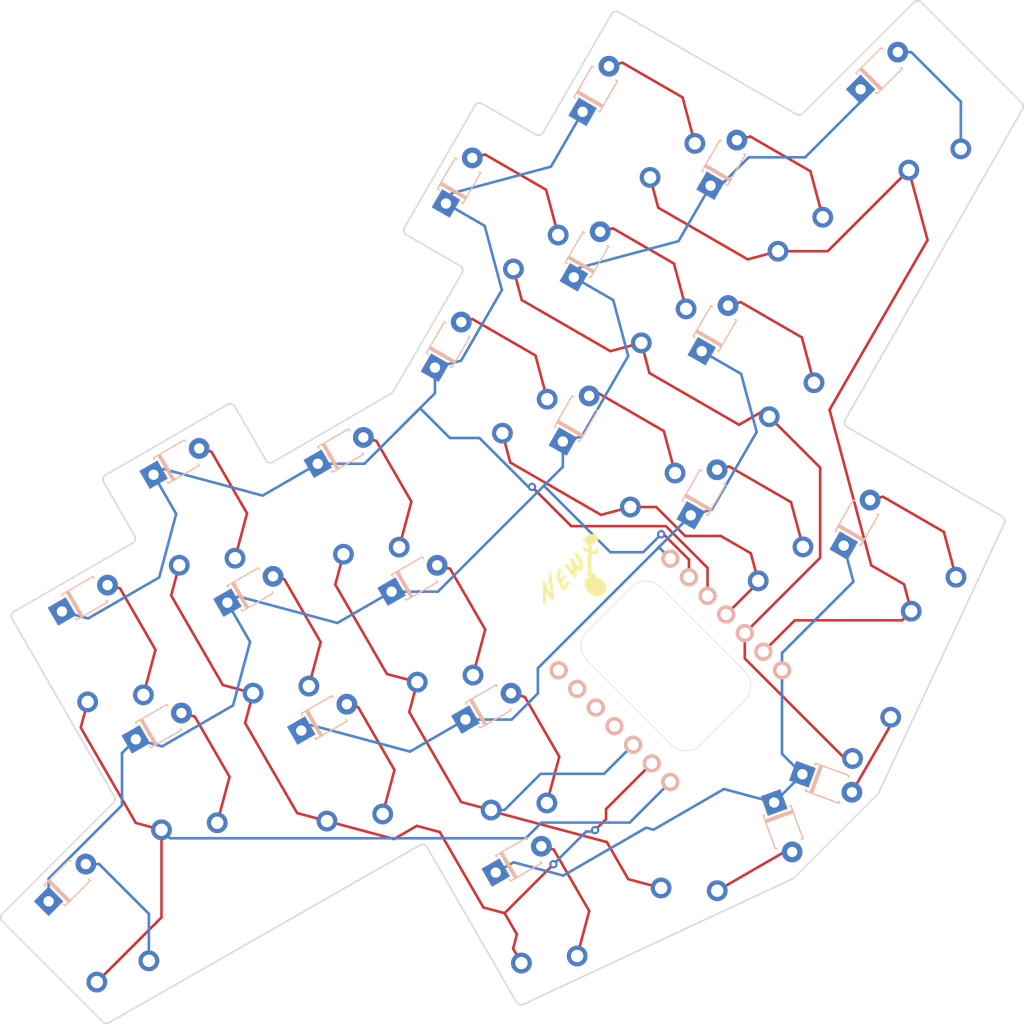
<source format=kicad_pcb>
(kicad_pcb (version 20241229) (generator "pcbnew") (generator_version "9.0")
  (title_block (title "tutorial") (rev "v1.0.0") (company "Unknown"))
  (layers (0 "F.Cu" signal) (2 "B.Cu" signal) (13 "F.Paste" user) (15 "B.Paste" user) (5 "F.SilkS" user "F.Silkscreen") (7 "B.SilkS" user "B.Silkscreen") (1 "F.Mask" user) (3 "B.Mask" user) (25 "Edge.Cuts" user))
  (net 0 "")
  (net 1 "P10")
  (net 2 "pinky_home")
  (net 3 "ring_home")
  (net 4 "ring_top")
  (net 5 "P16")
  (net 6 "middle_bottom")
  (net 7 "middle_home")
  (net 8 "middle_top")
  (net 9 "P14")
  (net 10 "index_bottom")
  (net 11 "index_home")
  (net 12 "index_top")
  (net 13 "near_thumb")
  (net 14 "home_thumb")
  (net 15 "P8")
  (net 16 "mirror_pinky_home")
  (net 17 "mirror_ring_home")
  (net 18 "mirror_ring_top")
  (net 19 "P7")
  (net 20 "mirror_middle_bottom")
  (net 21 "mirror_middle_home")
  (net 22 "mirror_middle_top")
  (net 23 "P6")
  (net 24 "mirror_index_bottom")
  (net 25 "mirror_index_home")
  (net 26 "mirror_index_top")
  (net 27 "mirror_near_thumb")
  (net 28 "mirror_home_thumb")
  (net 29 "P19")
  (net 30 "P18")
  (net 31 "P20")
  (net 32 "P9")
  (net 33 "P15")
  (net 34 "P3")
  (net 35 "P4")
  (net 36 "P5")
  (footprint "isaacscollection:5mm diode" (layer "F.Cu") (at 136.725031 105.682444 60)
    (property "Reference" "D14" (hide yes))
    (property "Value" "" (hide yes))
  )
  (footprint "isaacscollection:SW_choc_no_silk" (layer "F.Cu") (at 105.969831 158.387318 30)
    (property "Reference" "S5" (hide yes))
    (property "Value" "" (hide yes))
  )
  (footprint "isaacscollection:SW_choc_no_silk" (layer "F.Cu") (at 139.146019 139.989171 60)
    (property "Reference" "S19" (hide yes))
    (property "Value" "" (hide yes))
  )
  (footprint "isaacscollection:5mm diode" (layer "F.Cu") (at 122.47503 130.364168 60)
    (property "Reference" "D20" (hide yes))
    (property "Value" "" (hide yes))
  )
  (footprint "isaacscollection:5mm diode" (layer "F.Cu") (at 147.156754 144.614169 60)
    (property "Reference" "D18" (hide yes))
    (property "Value" "" (hide yes))
  )
  (footprint "isaacscollection:5mm diode" (layer "F.Cu") (at 119.310693 152.994368 30)
    (property "Reference" "D8" (hide yes))
    (property "Value" "" (hide yes))
  )
  (footprint "isaacscollection:5mm diode" (layer "F.Cu") (at 103.46983 154.057191 30)
    (property "Reference" "D5" (hide yes))
    (property "Value" "" (hide yes))
  )
  (footprint "isaacscollection:SW_choc_no_silk" (layer "F.Cu") (at 114.685692 144.983634 30)
    (property "Reference" "S9" (hide yes))
    (property "Value" "" (hide yes))
  )
  (footprint "isaacscollection:5mm diode" (layer "F.Cu") (at 134.815893 137.489168 60)
    (property "Reference" "D19" (hide yes))
    (property "Value" "" (hide yes))
  )
  (footprint "isaacscollection:SW_choc_no_silk" (layer "F.Cu") (at 141.055157 108.182445 60)
    (property "Reference" "S14" (hide yes))
    (property "Value" "" (hide yes))
  )
  (footprint "isaacscollection:SW_choc_no_silk" (layer "F.Cu") (at 152.549703 131.273306 60)
    (property "Reference" "S15" (hide yes))
    (property "Value" "" (hide yes))
  )
  (footprint "isaacscollection:5mm diode" (layer "F.Cu") (at 94.628968 167.244367 30)
    (property "Reference" "D2" (hide yes))
    (property "Value" "" (hide yes))
  )
  (footprint "isaacscollection:SW_choc_no_silk" (layer "F.Cu") (at 98.84483 146.046455 30)
    (property "Reference" "S6" (hide yes))
    (property "Value" "" (hide yes))
  )
  (footprint "isaacscollection:5mm diode" (layer "F.Cu") (at 123.537852 114.523307 60)
    (property "Reference" "D17" (hide yes))
    (property "Value" "" (hide yes))
  )
  (footprint "isaacscollection:5mm diode" (layer "F.Cu") (at 87.503968 154.903506 30)
    (property "Reference" "D3" (hide yes))
    (property "Value" "" (hide yes))
  )
  (footprint "isaacscollection:5mm diode" (layer "F.Cu") (at 161.922616 147.538945 60)
    (property "Reference" "D21" (hide yes))
    (property "Value" "" (hide yes))
  )
  (footprint "isaacscollection:SW_choc_no_silk" (layer "F.Cu") (at 128.935693 169.665358 30)
    (property "Reference" "S7" (hide yes))
    (property "Value" "" (hide yes))
  )
  (footprint "isaacscollection:5mm diode" (layer "F.Cu") (at 148.219576 128.773307 60)
    (property "Reference" "D15" (hide yes))
    (property "Value" "" (hide yes))
  )
  (footprint "isaacscollection:SW_choc_no_silk" (layer "F.Cu") (at 126.805158 132.864168 60)
    (property "Reference" "S20" (hide yes))
    (property "Value" "" (hide yes))
  )
  (footprint "isaacscollection:SW_choc_no_silk" (layer "F.Cu") (at 131.86047 184.431219 30)
    (property "Reference" "S10" (hide yes))
    (property "Value" "" (hide yes))
  )
  (footprint "isaacscollection:SW_choc_no_silk" (layer "F.Cu") (at 146.306214 177.695058 20)
    (property "Reference" "S11" (hide yes))
    (property "Value" "" (hide yes))
  )
  (footprint "isaacscollection:5mm diode" (layer "F.Cu") (at 149.065892 112.807445 60)
    (property "Reference" "D13" (hide yes))
    (property "Value" "" (hide yes))
  )
  (footprint "isaacscollection:SW_choc_no_silk" (layer "F.Cu") (at 151.486882 147.114169 60)
    (property "Reference" "S18" (hide yes))
    (property "Value" "" (hide yes))
  )
  (footprint "isaacscollection:5mm diode" (layer "F.Cu") (at 110.594832 166.398052 30)
    (property "Reference" "D4" (hide yes))
    (property "Value" "" (hide yes))
  )
  (footprint "isaacscollection:SW_choc_no_silk" (layer "F.Cu") (at 159.516581 164.484689 70)
    (property "Reference" "S22" (hide yes))
    (property "Value" "" (hide yes))
  )
  (footprint "isaacscollection:5mm diode" (layer "F.Cu") (at 129.36047 180.101094 30)
    (property "Reference" "D10" (hide yes))
    (property "Value" "" (hide yes))
  )
  (footprint "isaacscollection:SW_choc_no_silk" (layer "F.Cu") (at 121.810692 157.324494 30)
    (property "Reference" "S8" (hide yes))
    (property "Value" "" (hide yes))
  )
  (footprint "isaacscollection:SW_choc_no_silk" (layer "F.Cu") (at 153.396018 115.307446 60)
    (property "Reference" "S13" (hide yes))
    (property "Value" "" (hide yes))
  )
  (footprint "isaacscollection:5mm diode" (layer "F.Cu") (at 164.121147 103.952191 45)
    (property "Reference" "D12" (hide yes))
    (property "Value" "" (hide yes))
  )
  (footprint "isaacscollection:SW_choc_no_silk" (layer "F.Cu") (at 113.09483 170.728179 30)
    (property "Reference" "S4" (hide yes))
    (property "Value" "" (hide yes))
  )
  (footprint "isaacscollection:5mm diode" (layer "F.Cu") (at 112.185692 140.653506 30)
    (property "Reference" "D9" (hide yes))
    (property "Value" "" (hide yes))
  )
  (footprint "isaacscollection:5mm diode" (layer "F.Cu") (at 135.878714 121.648306 60)
    (property "Reference" "D16" (hide yes))
    (property "Value" "" (hide yes))
  )
  (footprint "isaacscollection:SW_choc_no_silk" (layer "F.Cu") (at 127.867979 117.023305 60)
    (property "Reference" "S17" (hide yes))
    (property "Value" "" (hide yes))
  )
  (footprint "isaacscollection:SW_choc_no_silk" (layer "F.Cu") (at 90.003968 159.233632 30)
    (property "Reference" "S3" (hide yes))
    (property "Value" "" (hide yes))
  )
  (footprint "isaacscollection:SW_choc_no_silk" (layer "F.Cu") (at 97.128968 171.574496 30)
    (property "Reference" "S2" (hide yes))
    (property "Value" "" (hide yes))
  )
  (footprint "isaacscollection:5mm diode" (layer "F.Cu") (at 85.773715 182.299623 45)
    (property "Reference" "D1" (hide yes))
    (property "Value" "" (hide yes))
  )
  (footprint "isaacscollection:SW_choc_no_silk" (layer "F.Cu") (at 167.656681 107.487724 45)
    (property "Reference" "S12" (hide yes))
    (property "Value" "" (hide yes))
  )
  (footprint "isaacscollection:5mm diode" (layer "F.Cu") (at 126.435693 165.335231 30)
    (property "Reference" "D7" (hide yes))
    (property "Value" "" (hide yes))
  )
  (footprint "isaacscollection:SW_choc_no_silk" (layer "F.Cu") (at 140.208842 124.148306 60)
    (property "Reference" "S16" (hide yes))
    (property "Value" "" (hide yes))
  )
  (footprint "isaacscollection:SW_choc_no_silk" (layer "F.Cu") (at 166.252741 150.038946 60)
    (property "Reference" "S21" (hide yes))
    (property "Value" "" (hide yes))
  )
  (footprint "isaacscollection:5mm diode" (layer "F.Cu") (at 154.767059 177.343187 -70)
    (property "Reference" "D11" (hide yes))
    (property "Value" "" (hide yes))
  )
  (footprint "isaacscollection:5mm diode" (layer "F.Cu") (at 96.34483 141.716328 30)
    (property "Reference" "D6" (hide yes))
    (property "Value" "" (hide yes))
  )
  (footprint "isaacscollection:SW_choc_no_silk" (layer "F.Cu") (at 89.309248 185.835158 45)
    (property "Reference" "S1" (hide yes))
    (property "Value" "" (hide yes))
  )
  (footprint "isaacscollection:5mm diode" (layer "F.Cu") (at 159.155334 172.954915 -20)
    (property "Reference" "D22" (hide yes))
    (property "Value" "" (hide yes))
  )
  (footprint "ProMicro" (layer "B.Cu") (at 139.306977 157.485455 -45)
    (property "Reference" "MCU1" (hide yes))
    (property "Value" "" (hide yes))
  )
  (footprint "MountingHole:MountingHole_2.2mm_M2" (layer "B.Cu") (at 102.744277 182.299624 60)
    (property "Reference" "REF**" (hide yes))
    (property "Value" "MountingHole_2.2mm_M2" (hide yes))
  )
  (footprint "MountingHole:MountingHole_2.2mm_M2" (layer "B.Cu") (at 164.121147 120.922754 75)
    (property "Reference" "REF**" (hide yes))
    (property "Value" "MountingHole_2.2mm_M2" (hide yes))
  )
  (footprint "MountingHole:MountingHole_2.2mm_M2" (layer "B.Cu") (at 158.105683 176.284158 60)
    (property "Reference" "REF**" (hide yes))
    (property "Value" "MountingHole_2.2mm_M2" (hide yes))
  )
  (gr_poly (pts (xy 134.572228 150.63508) (xy 134.595582 150.622741) (xy 134.620468 150.615817) (xy 134.646751 150.614106) (xy 134.674299 150.617416) (xy 134.702977 150.625553) (xy 134.732655 150.63832) (xy 134.763195 150.655519) (xy 134.826334 150.702439) (xy 134.891331 150.764752) (xy 134.957117 150.840891) (xy 135.022624 150.929291) (xy 135.086788 151.028394) (xy 135.148539 151.13663) (xy 135.206811 151.252436) (xy 135.260539 151.374252) (xy 135.308653 151.500509) (xy 135.350088 151.629647) (xy 135.383776 151.760099) (xy 135.40865 151.890304) (xy 135.414191 151.930057) (xy 135.418594 151.966275) (xy 135.421778 151.999286) (xy 135.423657 152.029412) (xy 135.424147 152.056982) (xy 135.423164 152.082319) (xy 135.422094 152.094251) (xy 135.420626 152.105749) (xy 135.418746 152.116849) (xy 135.416445 152.127595) (xy 135.413715 152.138027) (xy 135.410542 152.148186) (xy 135.406917 152.158111) (xy 135.402828 152.167844) (xy 135.398267 152.177425) (xy 135.393223 152.186896) (xy 135.387684 152.196296) (xy 135.38164 152.205666) (xy 135.367996 152.22448) (xy 135.352207 152.243663) (xy 135.33419 152.263542) (xy 135.313858 152.284437) (xy 135.302569 152.295349) (xy 135.291148 152.305631) (xy 135.279603 152.315285) (xy 135.267934 152.32431) (xy 135.256146 152.332709) (xy 135.244237 152.340476) (xy 135.232216 152.347617) (xy 135.220081 152.354128) (xy 135.207837 152.360012) (xy 135.195485 152.365265) (xy 135.183029 152.369892) (xy 135.170473 152.373889) (xy 135.157818 152.377259) (xy 135.145066 152.379999) (xy 135.132223 152.382111) (xy 135.119287 152.383594) (xy 135.106264 152.38445) (xy 135.093156 152.384676) (xy 135.079967 152.384274) (xy 135.066698 152.383244) (xy 135.053352 152.381585) (xy 135.039931 152.379297) (xy 135.02644 152.376382) (xy 135.01288 152.372837) (xy 134.999254 152.368665) (xy 134.985566 152.363862) (xy 134.971817 152.358433) (xy 134.958011 152.352375) (xy 134.94415 152.345688) (xy 134.930236 152.338373) (xy 134.902264 152.321855) (xy 134.862235 152.297417) (xy 134.823374 152.274149) (xy 134.765066 152.239536) (xy 134.762567 152.238731) (xy 134.760213 152.23865) (xy 134.758008 152.239282) (xy 134.75595 152.240624) (xy 134.75404 152.242664) (xy 134.752278 152.245396) (xy 134.749202 152.252905) (xy 134.746725 152.26309) (xy 134.744852 152.275888) (xy 134.743584 152.291235) (xy 134.742926 152.309071) (xy 134.742884 152.329334) (xy 134.743458 152.35196) (xy 134.744654 152.376889) (xy 134.746474 152.404058) (xy 134.752003 152.464866) (xy 134.760077 152.53389) (xy 134.766807 152.593437) (xy 134.771941 152.646976) (xy 134.775341 152.694864) (xy 134.776351 152.716803) (xy 134.776877 152.737464) (xy 134.7769 152.756896) (xy 134.776409 152.77514) (xy 134.775379 152.792244) (xy 134.773801 152.808251) (xy 134.771654 152.823211) (xy 134.768922 152.837161) (xy 134.765588 152.850152) (xy 134.761635 152.86223) (xy 134.757047 152.873437) (xy 134.751806 152.883821) (xy 134.745895 152.893424) (xy 134.739297 152.902294) (xy 134.731996 152.910474) (xy 134.723975 152.918011) (xy 134.715216 152.92495) (xy 134.705704 152.931337) (xy 134.695421 152.937213) (xy 134.684349 152.94263) (xy 134.672472 152.947626) (xy 134.659775 152.952252) (xy 134.646238 152.956551) (xy 134.631846 152.960566) (xy 134.600428 152.967936) (xy 134.576828 152.971589) (xy 134.55347 152.972028) (xy 134.529952 152.9689) (xy 134.50587 152.961855) (xy 134.480824 152.950542) (xy 134.454411 152.934611) (xy 134.426229 152.913709) (xy 134.395877 152.887486) (xy 134.362953 152.855594) (xy 134.327054 152.817679) (xy 134.287779 152.773392) (xy 134.244725 152.722382) (xy 134.145675 152.598785) (xy 134.026688 152.444088) (xy 133.978163 152.379912) (xy 133.928935 152.31749) (xy 133.880409 152.258342) (xy 133.833988 152.20399) (xy 133.791074 152.15595) (xy 133.753072 152.115746) (xy 133.73635 152.099058) (xy 133.721384 152.084897) (xy 133.708346 152.073454) (xy 133.697413 152.064921) (xy 133.686049 152.056605) (xy 133.675346 152.047594) (xy 133.665306 152.037939) (xy 133.655932 152.027688) (xy 133.647227 152.016893) (xy 133.639193 152.005605) (xy 133.631833 151.993871) (xy 133.62515 151.981745) (xy 133.619147 151.969274) (xy 133.613826 151.95651) (xy 133.60919 151.943504) (xy 133.605243 151.930305) (xy 133.601985 151.916962) (xy 133.599421 151.903528) (xy 133.597553 151.890052) (xy 133.596385 151.876585) (xy 133.595918 151.863175) (xy 133.596154 151.849874) (xy 133.597099 151.836733) (xy 133.598753 151.8238) (xy 133.601119 151.811128) (xy 133.604201 151.798763) (xy 133.608001 151.786761) (xy 133.612521 151.775167) (xy 133.617766 151.764034) (xy 133.623735 151.753411) (xy 133.630435 151.743351) (xy 133.637866 151.7339) (xy 133.646032 151.725112) (xy 133.654934 151.717034) (xy 133.664577 151.709719) (xy 133.674962 151.703215) (xy 133.706853 151.686794) (xy 133.735751 151.67357) (xy 133.762523 151.664283) (xy 133.788034 151.659679) (xy 133.813151 151.660497) (xy 133.838738 151.667478) (xy 133.865663 151.681367) (xy 133.894791 151.702904) (xy 133.92699 151.73283) (xy 133.963123 151.771887) (xy 134.004057 151.820819) (xy 134.05066 151.880365) (xy 134.164331 152.034271) (xy 134.311063 152.239537) (xy 134.322594 152.255384) (xy 134.33291 152.269266) (xy 134.342087 152.281204) (xy 134.350196 152.291219) (xy 134.353873 152.295513) (xy 134.357312 152.299335) (xy 134.36052 152.302688) (xy 134.363507 152.305573) (xy 134.366282 152.307995) (xy 134.368855 152.309955) (xy 134.371233 152.311456) (xy 134.373427 152.312502) (xy 134.375446 152.313093) (xy 134.376392 152.313221) (xy 134.377297 152.313235) (xy 134.378164 152.313139) (xy 134.378993 152.31293) (xy 134.379784 152.312609) (xy 134.38054 152.312179) (xy 134.381948 152.310986) (xy 134.383227 152.309354) (xy 134.384385 152.307287) (xy 134.385431 152.304783) (xy 134.386376 152.30185) (xy 134.387227 152.298488) (xy 134.387994 152.2947) (xy 134.388686 152.290489) (xy 134.389313 152.285858) (xy 134.389882 152.28081) (xy 134.390888 152.269471) (xy 134.391096 152.260864) (xy 134.3908 152.251015) (xy 134.390022 152.240027) (xy 134.388784 152.228) (xy 134.385013 152.201242) (xy 134.379663 152.171562) (xy 134.372909 152.139775) (xy 134.364929 152.106704) (xy 134.355896 152.073164) (xy 134.345987 152.039976) (xy 134.304207 151.912578) (xy 134.26759 151.80002) (xy 134.23592 151.701238) (xy 134.208983 151.615166) (xy 134.186562 151.540746) (xy 134.176979 151.507572) (xy 134.168443 151.476911) (xy 134.160928 151.448631) (xy 134.154407 151.4226) (xy 134.148855 151.398681) (xy 134.144244 151.376746) (xy 134.140545 151.356659) (xy 134.137732 151.338289) (xy 134.135779 151.321501) (xy 134.134659 151.306165) (xy 134.134345 151.292143) (xy 134.13481 151.279308) (xy 134.136026 151.267524) (xy 134.137967 151.256658) (xy 134.140607 151.246578) (xy 134.143918 151.237151) (xy 134.14787 151.228243) (xy 134.152443 151.219723) (xy 134.157604 151.211456) (xy 134.163329 151.203311) (xy 134.16959 151.195153) (xy 134.176361 151.186851) (xy 134.185948 151.175407) (xy 134.195536 151.164927) (xy 134.205123 151.155413) (xy 134.214708 151.146865) (xy 134.224292 151.139284) (xy 134.233873 151.132671) (xy 134.243451 151.127023) (xy 134.253028 151.122345) (xy 134.262599 151.118633) (xy 134.272167 151.115892) (xy 134.281729 151.114118) (xy 134.291288 151.113316) (xy 134.30084 151.113483) (xy 134.310387 151.114622) (xy 134.319927 151.11673) (xy 134.329461 151.119811) (xy 134.338986 151.123863) (xy 134.348504 151.128888) (xy 134.358015 151.134886) (xy 134.367517 151.141857) (xy 134.377009 151.149802) (xy 134.386491 151.158721) (xy 134.395964 151.168615) (xy 134.405426 151.179484) (xy 134.424317 151.204149) (xy 134.44316 151.232721) (xy 134.461953 151.265204) (xy 134.480691 151.301599) (xy 134.504674 151.34749) (xy 134.530615 151.394183) (xy 134.558243 151.441306) (xy 134.587292 151.488492) (xy 134.617496 151.535371) (xy 134.648588 151.581575) (xy 134.680301 151.62673) (xy 134.712369 151.670474) (xy 134.744524 151.712435) (xy 134.7765 151.752243) (xy 134.808031 151.78953) (xy 134.838849 151.823926) (xy 134.868687 151.855064) (xy 134.89728 151.882572) (xy 134.92436 151.906083) (xy 134.949659 151.925227) (xy 135.069397 152.005052) (xy 135.056923 151.892798) (xy 135.049325 151.839423) (xy 135.037065 151.781744) (xy 135.020507 151.720484) (xy 135.000018 151.656365) (xy 134.975962 151.590114) (xy 134.948705 151.522451) (xy 134.918612 151.454101) (xy 134.886049 151.385788) (xy 134.851381 151.318235) (xy 134.814975 151.252166) (xy 134.777194 151.188304) (xy 134.738406 151.127372) (xy 134.698973 151.070095) (xy 134.659263 151.017194) (xy 134.61964 150.969396) (xy 134.580471 150.927422) (xy 134.573054 150.9196) (xy 134.565802 150.911164) (xy 134.55876 150.902191) (xy 134.55198 150.892771) (xy 134.545505 150.882986) (xy 134.539385 150.872916) (xy 134.533667 150.862653) (xy 134.528398 150.852274) (xy 134.523627 150.841867) (xy 134.519399 150.831515) (xy 134.515764 150.8213) (xy 134.512768 150.811308) (xy 134.51046 150.801625) (xy 134.508885 150.792332) (xy 134.508093 150.783515) (xy 134.508005 150.77931) (xy 134.508131 150.775256) (xy 134.507949 150.767142) (xy 134.508315 150.758748) (xy 134.509193 150.750152) (xy 134.510547 150.741424) (xy 134.512339 150.732638) (xy 134.514532 150.723865) (xy 134.517092 150.715181) (xy 134.51998 150.706657) (xy 134.52316 150.698366) (xy 134.526596 150.690385) (xy 134.53025 150.68278) (xy 134.534088 150.675631) (xy 134.538073 150.669007) (xy 134.542167 150.662983) (xy 134.546334 150.657631) (xy 134.550537 150.653025)) (stroke (width -0.000001)) (fill yes) (layer "F.SilkS"))
  (gr_poly (pts (xy 133.040731 152.172808) (xy 133.054671 152.162022) (xy 133.061744 152.157136) (xy 133.068883 152.152589) (xy 133.076082 152.148383) (xy 133.083342 152.144514) (xy 133.090657 152.140989) (xy 133.098027 152.137807) (xy 133.105449 152.134968) (xy 133.112918 152.132473) (xy 133.120433 152.130325) (xy 133.127991 152.12852) (xy 133.135588 152.127064) (xy 133.143224 152.125956) (xy 133.150895 152.125198) (xy 133.158597 152.124788) (xy 133.187281 152.126432) (xy 133.200342 152.128177) (xy 133.212556 152.130572) (xy 133.223927 152.133645) (xy 133.234462 152.137423) (xy 133.244164 152.141933) (xy 133.253038 152.147201) (xy 133.26109 152.153254) (xy 133.268326 152.160121) (xy 133.274748 152.167826) (xy 133.280366 152.176399) (xy 133.28518 152.185865) (xy 133.289197 152.196251) (xy 133.292422 152.207584) (xy 133.294861 152.219893) (xy 133.296517 152.233202) (xy 133.297394 152.247538) (xy 133.296843 152.279405) (xy 133.293243 152.315707) (xy 133.286636 152.356661) (xy 133.277062 152.402484) (xy 133.264561 152.453388) (xy 133.249173 152.509591) (xy 133.230938 152.571308) (xy 133.18823 152.709742) (xy 133.171161 152.765963) (xy 133.156804 152.814444) (xy 133.150609 152.836) (xy 133.145049 152.85588) (xy 133.140113 152.874174) (xy 133.135786 152.890965) (xy 133.132056 152.906343) (xy 133.128905 152.920394) (xy 133.126324 152.933204) (xy 133.124298 152.944861) (xy 133.122812 152.95545) (xy 133.121854 152.965059) (xy 133.121408 152.973775) (xy 133.121462 152.981685) (xy 133.122003 152.988873) (xy 133.123015 152.99543) (xy 133.124488 153.001439) (xy 133.126402 153.006989) (xy 133.12875 153.012168) (xy 133.131515 153.017059) (xy 133.134683 153.021752) (xy 133.138242 153.026332) (xy 133.142177 153.030886) (xy 133.146475 153.035503) (xy 133.156102 153.045264) (xy 133.163912 153.052502) (xy 133.171572 153.058249) (xy 133.179282 153.062428) (xy 133.187246 153.064949) (xy 133.195661 153.065732) (xy 133.204731 153.064689) (xy 133.214656 153.061741) (xy 133.225638 153.056802) (xy 133.237875 153.049787) (xy 133.251571 153.040612) (xy 133.266927 153.029195) (xy 133.284141 153.015447) (xy 133.324956 152.980637) (xy 133.37562 152.935507) (xy 133.399578 152.913601) (xy 133.42194 152.89369) (xy 133.442802 152.875714) (xy 133.462266 152.859618) (xy 133.480429 152.845352) (xy 133.497389 152.832857) (xy 133.50545 152.827256) (xy 133.513246 152.822078) (xy 133.520791 152.817317) (xy 133.528098 152.812964) (xy 133.535178 152.809013) (xy 133.542044 152.805456) (xy 133.548708 152.802288) (xy 133.555182 152.799502) (xy 133.561479 152.79709) (xy 133.567611 152.795045) (xy 133.573591 152.793362) (xy 133.57943 152.792032) (xy 133.585141 152.79105) (xy 133.590738 152.790408) (xy 133.59623 152.790099) (xy 133.601633 152.790118) (xy 133.606956 152.790456) (xy 133.612212 152.791106) (xy 133.617416 152.792064) (xy 133.622578 152.793319) (xy 133.631902 152.795684) (xy 133.640701 152.798562) (xy 133.648973 152.801938) (xy 133.656716 152.805796) (xy 133.663931 152.810126) (xy 133.670619 152.814909) (xy 133.676778 152.820134) (xy 133.682405 152.825786) (xy 133.687506 152.831852) (xy 133.692074 152.838316) (xy 133.696112 152.845164) (xy 133.69962 152.852384) (xy 133.702595 152.859959) (xy 133.705038 152.867875) (xy 133.706948 152.876121) (xy 133.708326 152.884682) (xy 133.709171 152.89354) (xy 133.70948 152.902683) (xy 133.709256 152.912099) (xy 133.708497 152.921772) (xy 133.707202 152.931688) (xy 133.705372 152.941832) (xy 133.703005 152.952193) (xy 133.700101 152.962751) (xy 133.696661 152.973497) (xy 133.692684 152.984416) (xy 133.688167 152.995492) (xy 133.683113 153.006712) (xy 133.671387 153.029527) (xy 133.6575 153.052748) (xy 133.577053 153.174357) (xy 133.477896 153.322157) (xy 133.459412 153.349643) (xy 133.443211 153.374371) (xy 133.42924 153.396738) (xy 133.417443 153.417143) (xy 133.407764 153.435983) (xy 133.403703 153.444942) (xy 133.400152 153.45366) (xy 133.397102 153.462184) (xy 133.394548 153.470567) (xy 133.392482 153.478857) (xy 133.390899 153.487106) (xy 133.38979 153.495361) (xy 133.38915 153.503674) (xy 133.388971 153.512095) (xy 133.389247 153.520669) (xy 133.389972 153.529452) (xy 133.391135 153.538491) (xy 133.392733 153.547836) (xy 133.394758 153.557538) (xy 133.400062 153.578206) (xy 133.406991 153.600893) (xy 133.415492 153.626001) (xy 133.425511 153.653926) (xy 133.437034 153.687354) (xy 133.448936 153.719759) (xy 133.460896 153.75035) (xy 133.472595 153.778342) (xy 133.483708 153.802941) (xy 133.488945 153.813721) (xy 133.493915 153.82336) (xy 133.498579 153.831754) (xy 133.502894 153.838809) (xy 133.506823 153.844424) (xy 133.510324 153.848499) (xy 133.513765 153.851257) (xy 133.517527 153.853) (xy 133.521599 153.853743) (xy 133.525968 153.853512) (xy 133.530621 153.852326) (xy 133.535543 153.850204) (xy 133.546144 153.843237) (xy 133.557665 153.832777) (xy 133.570002 153.818988) (xy 133.583048 153.802036) (xy 133.596696 153.782082) (xy 133.610842 153.759293) (xy 133.625377 153.733834) (xy 133.640201 153.705868) (xy 133.655201 153.67556) (xy 133.670275 153.643072) (xy 133.685316 153.608573) (xy 133.700217 153.572223) (xy 133.714875 153.534191) (xy 133.728372 153.50065) (xy 133.742392 153.46793) (xy 133.756531 153.436845) (xy 133.770378 153.408217) (xy 133.783523 153.382863) (xy 133.789704 153.371668) (xy 133.795557 153.361601) (xy 133.801029 153.35276) (xy 133.80607 153.345251) (xy 133.810629 153.339173) (xy 133.814655 153.334628) (xy 133.818853 153.33085) (xy 133.82348 153.327459) (xy 133.82851 153.324453) (xy 133.833919 153.321825) (xy 133.839683 153.319569) (xy 133.845777 153.317681) (xy 133.852176 153.316155) (xy 133.858855 153.314985) (xy 133.872957 153.313691) (xy 133.887884 153.313756) (xy 133.903438 153.315137) (xy 133.919425 153.31779) (xy 133.935645 153.321672) (xy 133.951903 153.326737) (xy 133.967999 153.332942) (xy 133.983737 153.340242) (xy 133.998919 153.348595) (xy 134.013349 153.357957) (xy 134.026829 153.368283) (xy 134.039161 153.37953) (xy 134.044756 153.386409) (xy 134.049392 153.394837) (xy 134.053095 153.40474) (xy 134.055882 153.416042) (xy 134.058806 153.442552) (xy 134.058338 153.473777) (xy 134.054655 153.509122) (xy 134.047931 153.547999) (xy 134.038342 153.589811) (xy 134.026065 153.63397) (xy 134.011274 153.679884) (xy 133.994143 153.726959) (xy 133.97485 153.774605) (xy 133.95357 153.822228) (xy 133.930475 153.869238) (xy 133.905744 153.915042) (xy 133.879552 153.959049) (xy 133.852073 154.000664) (xy 133.819044 154.046951) (xy 133.802986 154.068338) (xy 133.787206 154.088567) (xy 133.771685 154.107644) (xy 133.756406 154.125579) (xy 133.741347 154.142379) (xy 133.726489 154.158053) (xy 133.711815 154.172608) (xy 133.697304 154.186055) (xy 133.682938 154.198399) (xy 133.668697 154.209649) (xy 133.654561 154.219813) (xy 133.640513 154.228902) (xy 133.626532 154.236922) (xy 133.6126 154.24388) (xy 133.598696 154.249787) (xy 133.584803 154.254648) (xy 133.5709 154.258474) (xy 133.556969 154.261272) (xy 133.542991 154.263053) (xy 133.528946 154.263819) (xy 133.514816 154.263585) (xy 133.50058 154.262356) (xy 133.48622 154.260138) (xy 133.471716 154.256945) (xy 133.45705 154.252778) (xy 133.442202 154.24765) (xy 133.427153 154.24157) (xy 133.411885 154.234544) (xy 133.396376 154.22658) (xy 133.380609 154.217687) (xy 133.361015 154.205847) (xy 133.343247 154.194413) (xy 133.327076 154.18303) (xy 133.312282 154.171343) (xy 133.298646 154.159001) (xy 133.28594 154.145644) (xy 133.273943 154.130921) (xy 133.262431 154.114476) (xy 133.251184 154.095957) (xy 133.239976 154.075008) (xy 133.228586 154.051274) (xy 133.21679 154.024401) (xy 133.204366 153.994035) (xy 133.19109 153.959822) (xy 133.161092 153.878433) (xy 133.140741 153.822682) (xy 133.119426 153.766843) (xy 133.097818 153.712464) (xy 133.07659 153.661099) (xy 133.056415 153.614292) (xy 133.037964 153.573597) (xy 133.02191 153.540557) (xy 133.014993 153.527395) (xy 133.008927 153.516729) (xy 132.996931 153.496821) (xy 132.985462 153.476738) (xy 132.974812 153.457006) (xy 132.965273 153.438151) (xy 132.961012 153.429216) (xy 132.957136 153.420699) (xy 132.953686 153.412664) (xy 132.950695 153.405177) (xy 132.948202 153.398303) (xy 132.946241 153.39211) (xy 132.944852 153.386662) (xy 132.944069 153.382025) (xy 132.940956 153.370326) (xy 132.935533 153.35439) (xy 132.928064 153.334888) (xy 132.918812 153.312491) (xy 132.908039 153.287871) (xy 132.896011 153.261703) (xy 132.882988 153.234659) (xy 132.869234 153.207409) (xy 132.862282 153.19334) (xy 132.855479 153.178346) (xy 132.848861 153.162557) (xy 132.842457 153.146098) (xy 132.836302 153.129099) (xy 132.830428 153.111686) (xy 132.824868 153.09399) (xy 132.819655 153.076135) (xy 132.814824 153.05825) (xy 132.810403 153.040465) (xy 132.806429 153.022908) (xy 132.802934 153.005703) (xy 132.79995 152.988982) (xy 132.797511 152.97287) (xy 132.795649 152.957497) (xy 132.794399 152.94299) (xy 132.794928 152.91543) (xy 132.797345 152.882814) (xy 132.801497 152.845881) (xy 132.807221 152.805362) (xy 132.822768 152.716509) (xy 132.842729 152.622132) (xy 132.865848 152.528106) (xy 132.878198 152.483061) (xy 132.890865 152.440306) (xy 132.903694 152.400577) (xy 132.916527 152.364608) (xy 132.929206 152.333134) (xy 132.941575 152.306889) (xy 132.952562 152.28555) (xy 132.963995 152.265506) (xy 132.975854 152.246761) (xy 132.988113 152.229325) (xy 133.000752 152.213204) (xy 133.01375 152.198406) (xy 133.027083 152.184938)) (stroke (width -0.000001)) (fill yes) (layer "F.SilkS"))
  (gr_poly (pts (xy 135.518409 149.146337) (xy 135.544945 149.12272) (xy 135.571905 149.100753) (xy 135.598894 149.080806) (xy 135.625518 149.063238) (xy 135.651381 149.04842) (xy 135.676089 149.036714) (xy 135.69925 149.028489) (xy 135.710125 149.025793) (xy 135.720465 149.024105) (xy 135.735505 149.022401) (xy 135.749814 149.020062) (xy 135.763481 149.017035) (xy 135.776592 149.013271) (xy 135.789236 149.008716) (xy 135.801498 149.00332) (xy 135.813469 148.997036) (xy 135.825235 148.989806) (xy 135.836883 148.981583) (xy 135.848504 148.972316) (xy 135.860182 148.96195) (xy 135.872007 148.950439) (xy 135.884066 148.93773) (xy 135.896446 148.92377) (xy 135.909235 148.908509) (xy 135.922521 148.891897) (xy 135.938902 148.872092) (xy 135.9536 148.854708) (xy 135.966857 148.839656) (xy 135.97892 148.826844) (xy 135.98458 148.82125) (xy 135.990034 148.81618) (xy 135.995309 148.811627) (xy 136.00044 148.807576) (xy 136.005456 148.804015) (xy 136.010387 148.800935) (xy 136.015265 148.798323) (xy 136.02012 148.796169) (xy 136.024979 148.79446) (xy 136.02988 148.793187) (xy 136.034847 148.792337) (xy 136.039914 148.791896) (xy 136.045112 148.791857) (xy 136.050468 148.792207) (xy 136.056015 148.792933) (xy 136.061784 148.794025) (xy 136.067806 148.795473) (xy 136.07411 148.797262) (xy 136.08769 148.801827) (xy 136.102768 148.807624) (xy 136.119588 148.814567) (xy 136.131028 148.819419) (xy 136.143758 148.823682) (xy 136.157664 148.827353) (xy 136.172634 148.83043) (xy 136.188555 148.832908) (xy 136.205312 148.834781) (xy 136.222793 148.836049) (xy 136.240883 148.836706) (xy 136.259471 148.836749) (xy 136.278442 148.836174) (xy 136.297684 148.834979) (xy 136.317083 148.833159) (xy 136.336526 148.830709) (xy 136.355898 148.827628) (xy 136.375089 148.823913) (xy 136.393985 148.819555) (xy 136.4133 148.815222) (xy 136.431956 148.811574) (xy 136.449953 148.808607) (xy 136.467289 148.806324) (xy 136.483965 148.804718) (xy 136.499978 148.803792) (xy 136.515327 148.803541) (xy 136.530013 148.803964) (xy 136.544033 148.80506) (xy 136.557388 148.806827) (xy 136.570077 148.809263) (xy 136.582095 148.812363) (xy 136.593447 148.816132) (xy 136.604129 148.820562) (xy 136.61414 148.825654) (xy 136.62348 148.831404) (xy 136.632147 148.837814) (xy 136.640141 148.844878) (xy 136.64746 148.852596) (xy 136.654106 148.860968) (xy 136.660075 148.86999) (xy 136.665366 148.87966) (xy 136.669981 148.889978) (xy 136.673916 148.90094) (xy 136.677171 148.912544) (xy 136.679746 148.924791) (xy 136.68164 148.937676) (xy 136.682852 148.9512) (xy 136.683379 148.965359) (xy 136.683223 148.980153) (xy 136.682381 148.995577) (xy 136.680853 149.011633) (xy 136.679192 149.027633) (xy 136.677964 149.041991) (xy 136.677521 149.048572) (xy 136.677198 149.054765) (xy 136.676995 149.060573) (xy 136.676917 149.066007) (xy 136.676966 149.071069) (xy 136.677147 149.075771) (xy 136.677463 149.080118) (xy 136.677915 149.084115) (xy 136.678509 149.087771) (xy 136.679246 149.091094) (xy 136.680131 149.094087) (xy 136.681165 149.096758) (xy 136.682353 149.099116) (xy 136.683698 149.101166) (xy 136.685203 149.102918) (xy 136.686871 149.104374) (xy 136.688705 149.105543) (xy 136.690708 149.106433) (xy 136.692884 149.107049) (xy 136.695237 149.107399) (xy 136.697768 149.107489) (xy 136.700479 149.107327) (xy 136.703379 149.106921) (xy 136.706466 149.106274) (xy 136.709745 149.105395) (xy 136.713219 149.104292) (xy 136.716892 149.102969) (xy 136.720766 149.101436) (xy 136.723637 149.100142) (xy 136.726634 149.099064) (xy 136.732984 149.097547) (xy 136.739774 149.096864) (xy 136.746957 149.096992) (xy 136.754493 149.097909) (xy 136.762334 149.099594) (xy 136.77044 149.102025) (xy 136.778763 149.105178) (xy 136.787262 149.109032) (xy 136.795893 149.113568) (xy 136.804612 149.11876) (xy 136.813374 149.12459) (xy 136.822137 149.131031) (xy 136.830855 149.138066) (xy 136.839486 149.145669) (xy 136.847985 149.15382) (xy 136.85942 149.165627) (xy 136.869422 149.176827) (xy 136.878022 149.187573) (xy 136.881805 149.192826) (xy 136.885248 149.19802) (xy 136.888355 149.203179) (xy 136.891128 149.208322) (xy 136.893573 149.213465) (xy 136.895694 149.218629) (xy 136.897492 149.223834) (xy 136.898972 149.229099) (xy 136.900138 149.234441) (xy 136.900994 149.239882) (xy 136.901543 149.245439) (xy 136.901788 149.251132) (xy 136.901734 149.256981) (xy 136.901384 149.263004) (xy 136.900742 149.269222) (xy 136.89981 149.275651) (xy 136.897097 149.289226) (xy 136.893272 149.303883) (xy 136.888366 149.319775) (xy 136.882407 149.337054) (xy 136.875426 149.355877) (xy 136.865199 149.378544) (xy 136.853745 149.401142) (xy 136.841137 149.423615) (xy 136.82745 149.445908) (xy 136.812756 149.467965) (xy 136.797128 149.489731) (xy 136.763367 149.532168) (xy 136.726757 149.57278) (xy 136.687884 149.61112) (xy 136.647338 149.646751) (xy 136.605706 149.679228) (xy 136.563578 149.708109) (xy 136.521541 149.732953) (xy 136.500741 149.743723) (xy 136.480184 149.753317) (xy 136.459943 149.76168) (xy 136.440094 149.768757) (xy 136.420708 149.774495) (xy 136.401861 149.778835) (xy 136.383623 149.781723) (xy 136.366072 149.783106) (xy 136.349278 149.782925) (xy 136.333316 149.781129) (xy 136.31826 149.777659) (xy 136.304182 149.772461) (xy 136.296794 149.7695) (xy 136.289604 149.767154) (xy 136.282619 149.765417) (xy 136.275845 149.764275) (xy 136.269292 149.763718) (xy 136.262964 149.763735) (xy 136.25687 149.764314) (xy 136.251017 149.765444) (xy 136.245413 149.767117) (xy 136.240065 149.769318) (xy 136.234979 149.772038) (xy 136.230165 149.775267) (xy 136.225627 149.778992) (xy 136.221376 149.783203) (xy 136.217416 149.787889) (xy 136.213756 149.793041) (xy 136.210402 149.798643) (xy 136.207363 149.804689) (xy 136.204646 149.811166) (xy 136.202257 149.818062) (xy 136.200205 149.82537) (xy 136.198496 149.833074) (xy 136.197139 149.841166) (xy 136.196138 149.849635) (xy 136.195503 149.858468) (xy 136.195241 149.867656) (xy 136.195359 149.877187) (xy 136.195865 149.887053) (xy 136.196765 149.897238) (xy 136.198066 149.907733) (xy 136.199778 149.918529) (xy 136.201907 149.929615) (xy 136.206572 149.954209) (xy 136.211183 149.984182) (xy 136.215675 150.018364) (xy 136.219992 150.055589) (xy 136.224074 150.094681) (xy 136.227864 150.134477) (xy 136.234335 150.211496) (xy 136.241819 150.388606) (xy 136.398973 150.416046) (xy 136.422916 150.420307) (xy 136.444347 150.423708) (xy 136.463448 150.426214) (xy 136.47218 150.427115) (xy 136.480396 150.427778) (xy 136.488119 150.428195) (xy 136.495371 150.428363) (xy 136.502175 150.428276) (xy 136.508552 150.427928) (xy 136.514525 150.427317) (xy 136.520117 150.426434) (xy 136.525351 150.425277) (xy 136.530248 150.423841) (xy 136.534829 150.422118) (xy 136.53912 150.420107) (xy 136.543141 150.4178) (xy 136.546915 150.415193) (xy 136.550464 150.412282) (xy 136.55381 150.409059) (xy 136.556977 150.405521) (xy 136.559987 150.401664) (xy 136.562861 150.39748) (xy 136.565621 150.392968) (xy 136.568291 150.388118) (xy 136.570895 150.382931) (xy 136.575985 150.371511) (xy 136.581072 150.358672) (xy 136.588946 150.33954) (xy 136.597555 150.322344) (xy 136.606831 150.307041) (xy 136.616702 150.293594) (xy 136.627102 150.281968) (xy 136.637962 150.27212) (xy 136.64921 150.264011) (xy 136.660781 150.257605) (xy 136.672603 150.252861) (xy 136.684608 150.24974) (xy 136.696728 150.248205) (xy 136.708893 150.248217) (xy 136.721033 150.249734) (xy 136.733082 150.252721) (xy 136.744968 150.257137) (xy 136.756625 150.262945) (xy 136.767981 150.270104) (xy 136.778969 150.278577) (xy 136.789519 150.288324) (xy 136.799562 150.299304) (xy 136.809031 150.311484) (xy 136.817854 150.324822) (xy 136.825965 150.339276) (xy 136.833292 150.354814) (xy 136.839767 150.37139) (xy 136.845324 150.38897) (xy 136.849891 150.407514) (xy 136.853399 150.426983) (xy 136.85578 150.447338) (xy 136.856965 150.46854) (xy 136.856884 150.490551) (xy 136.855469 150.513331) (xy 136.853923 150.527844) (xy 136.852103 150.542326) (xy 136.850027 150.556681) (xy 136.847714 150.570823) (xy 136.845181 150.584657) (xy 136.842447 150.598092) (xy 136.83953 150.611037) (xy 136.836449 150.623402) (xy 136.833221 150.635096) (xy 136.829867 150.646024) (xy 136.826402 150.656098) (xy 136.822846 150.665224) (xy 136.819216 150.673315) (xy 136.815533 150.680274) (xy 136.811812 150.686014) (xy 136.809945 150.688398) (xy 136.808074 150.690443) (xy 136.80166 150.696449) (xy 136.794597 150.702304) (xy 136.778603 150.713542) (xy 136.760262 150.724112) (xy 136.739748 150.73398) (xy 136.71723 150.743101) (xy 136.692883 150.751436) (xy 136.666876 150.758946) (xy 136.639382 150.76559) (xy 136.610573 150.771326) (xy 136.58062 150.776118) (xy 136.549695 150.779923) (xy 136.517969 150.7827) (xy 136.485616 150.784411) (xy 136.452805 150.785015) (xy 136.41971 150.78447) (xy 136.386501 150.782738) (xy 136.216873 150.77276) (xy 136.209389 151.244225) (xy 136.207066 151.474144) (xy 136.205765 151.676672) (xy 136.205575 151.853417) (xy 136.206584 152.005987) (xy 136.20888 152.135989) (xy 136.212548 152.245032) (xy 136.217677 152.334723) (xy 136.220818 152.372814) (xy 136.224357 152.406669) (xy 136.244313 152.551351) (xy 136.416435 152.608726) (xy 136.588556 152.671088) (xy 136.581073 152.798309) (xy 136.579495 152.814565) (xy 136.5785 152.829674) (xy 136.57809 152.843658) (xy 136.578106 152.850236) (xy 136.578266 152.856539) (xy 136.578573 152.862572) (xy 136.579026 152.86834) (xy 136.579626 152.873838) (xy 136.580371 152.879078) (xy 136.581263 152.884057) (xy 136.582301 152.88878) (xy 136.583485 152.893248) (xy 136.584815 152.897465) (xy 136.586291 152.901433) (xy 136.587913 152.905156) (xy 136.589683 152.908637) (xy 136.591597 152.911876) (xy 136.593658 152.91488) (xy 136.595865 152.917646) (xy 136.598218 152.920182) (xy 136.600717 152.922489) (xy 136.603363 152.924568) (xy 136.606155 152.926424) (xy 136.609093 152.928059) (xy 136.612176 152.929474) (xy 136.615406 152.930675) (xy 136.618783 152.931663) (xy 136.622306 152.932441) (xy 136.625974 152.933013) (xy 136.636608 152.935104) (xy 136.651284 152.939341) (xy 136.690481 152.953241) (xy 136.738973 152.972695) (xy 136.792172 152.995687) (xy 136.845487 153.020199) (xy 136.89433 153.044214) (xy 136.934109 153.065713) (xy 136.949169 153.074891) (xy 136.960239 153.082682) (xy 136.96609 153.086965) (xy 136.977584 153.094026) (xy 137.014807 153.115424) (xy 137.066529 153.144773) (xy 137.127372 153.179969) (xy 137.164057 153.202147) (xy 137.201837 153.228184) (xy 137.240349 153.257669) (xy 137.279225 153.290195) (xy 137.318102 153.325352) (xy 137.356614 153.362731) (xy 137.394395 153.401923) (xy 137.431079 153.442517) (xy 137.466302 153.484105) (xy 137.499697 153.526277) (xy 137.530901 153.568627) (xy 137.559547 153.610741) (xy 137.585269 153.652212) (xy 137.607703 153.692631) (xy 137.626482 153.731587) (xy 137.641242 153.768674) (xy 137.653241 153.807953) (xy 137.662168 153.849742) (xy 137.668105 153.893628) (xy 137.671137 153.939198) (xy 137.671349 153.986041) (xy 137.668822 154.03374) (xy 137.663644 154.081887) (xy 137.655897 154.130067) (xy 137.645665 154.177867) (xy 137.633034 154.224873) (xy 137.618083 154.270674) (xy 137.600901 154.314856) (xy 137.58157 154.357008) (xy 137.560175 154.396712) (xy 137.5368 154.43356) (xy 137.511527 154.467139) (xy 137.487983 154.494043) (xy 137.461612 154.521234) (xy 137.432868 154.548419) (xy 137.402197 154.575299) (xy 137.370051 154.601582) (xy 137.336878 154.626968) (xy 137.303126 154.651164) (xy 137.269248 154.673873) (xy 137.23569 154.694797) (xy 137.202904 154.713643) (xy 137.171337 154.730113) (xy 137.141443 154.743914) (xy 137.113667 154.754745) (xy 137.088458 154.762315) (xy 137.076958 154.764783) (xy 137.066269 154.766326) (xy 137.056447 154.766903) (xy 137.047546 154.76648) (xy 137.041832 154.766186) (xy 137.03504 154.766232) (xy 137.027261 154.766606) (xy 137.018587 154.7673) (xy 136.998918 154.769594) (xy 136.976766 154.773028) (xy 136.952858 154.777516) (xy 136.927928 154.782969) (xy 136.902704 154.789297) (xy 136.877919 154.796414) (xy 136.803117 154.81631) (xy 136.727571 154.828361) (xy 136.651479 154.832673) (xy 136.575032 154.829351) (xy 136.498423 154.818501) (xy 136.421848 154.80023) (xy 136.345499 154.774644) (xy 136.26957 154.741847) (xy 136.194255 154.701948) (xy 136.119749 154.655052) (xy 136.046243 154.601263) (xy 135.973931 154.540689) (xy 135.903008 154.473434) (xy 135.833668 154.399607) (xy 135.766103 154.319311) (xy 135.700508 154.232654) (xy 135.668701 154.18705) (xy 135.639681 154.140967) (xy 135.61343 154.094393) (xy 135.589932 154.04732) (xy 135.569166 153.999735) (xy 135.551116 153.951627) (xy 135.535762 153.902986) (xy 135.523086 153.8538) (xy 135.513071 153.80406) (xy 135.505698 153.753751) (xy 135.500948 153.702867) (xy 135.498803 153.651393) (xy 135.499247 153.599321) (xy 135.502258 153.546638) (xy 135.507819 153.493335) (xy 135.515915 153.439398) (xy 135.524797 153.394326) (xy 135.535522 153.351729) (xy 135.548056 153.311634) (xy 135.562374 153.274059) (xy 135.578448 153.239027) (xy 135.587134 153.222472) (xy 135.596246 153.20656) (xy 135.605782 153.191296) (xy 135.615739 153.176682) (xy 135.626112 153.162718) (xy 135.636899 153.149411) (xy 135.648094 153.136761) (xy 135.659695 153.124772) (xy 135.671699 153.113446) (xy 135.6841 153.102785) (xy 135.696895 153.092793) (xy 135.710083 153.083474) (xy 135.723657 153.074827) (xy 135.737616 153.066857) (xy 135.751953 153.059568) (xy 135.766667 153.052962) (xy 135.781754 153.047039) (xy 135.79721 153.041805) (xy 135.813032 153.037263) (xy 135.829215 153.033412) (xy 135.845757 153.030258) (xy 135.862652 153.027802) (xy 135.878231 153.025789) (xy 135.893148 153.023506) (xy 135.907388 153.02097) (xy 135.920933 153.018206) (xy 135.933764 153.015233) (xy 135.945866 153.012072) (xy 135.957221 153.008745) (xy 135.967812 153.005275) (xy 135.97762 153.001678) (xy 135.986629 152.997981) (xy 135.994821 152.994199) (xy 136.002179 152.990356) (xy 136.008686 152.986473) (xy 136.014324 152.982572) (xy 136.019076 152.978672) (xy 136.022925 152.974796) (xy 136.025853 152.970962) (xy 136.027842 152.967193) (xy 136.028876 152.963511) (xy 136.029029 152.961708) (xy 136.028936 152.959934) (xy 136.028598 152.958193) (xy 136.028008 152.956486) (xy 136.027167 152.954818) (xy 136.026071 152.953188) (xy 136.023109 152.950059) (xy 136.019105 152.947123) (xy 136.014041 152.944396) (xy 136.007901 152.941902) (xy 136.000665 152.939663) (xy 135.992319 152.937699) (xy 135.982842 152.936031) (xy 135.972219 152.934679) (xy 135.960433 152.933666) (xy 135.947466 152.933013) (xy 135.935726 152.932371) (xy 135.923943 152.931395) (xy 135.912189 152.930096) (xy 135.900538 152.928491) (xy 135.889061 152.926593) (xy 135.877833 152.924417) (xy 135.866927 152.921978) (xy 135.856416 152.919292) (xy 135.846372 152.916372) (xy 135.836869 152.913231) (xy 135.827979 152.909886) (xy 135.819778 152.906352) (xy 135.812335 152.902641) (xy 135.805727 152.898771) (xy 135.800024 152.894754) (xy 135.797535 152.892695) (xy 135.7953 152.890605) (xy 135.790367 152.885153) (xy 135.785853 152.879115) (xy 135.781754 152.872532) (xy 135.778067 152.86545) (xy 135.774789 152.857909) (xy 135.771912 152.849952) (xy 135.769435 152.841621) (xy 135.767354 152.832958) (xy 135.765663 152.824008) (xy 135.76436 152.81481) (xy 135.762897 152.795847) (xy 135.762931 152.77641) (xy 135.76443 152.756836) (xy 135.767363 152.737468) (xy 135.771695 152.718643) (xy 135.777394 152.700705) (xy 135.780745 152.692173) (xy 135.784426 152.683989) (xy 135.788432 152.676196) (xy 135.792759 152.668837) (xy 135.797403 152.661954) (xy 135.802359 152.655589) (xy 135.807625 152.649785) (xy 135.813196 152.644585) (xy 135.819067 152.640031) (xy 135.825234 152.636165) (xy 135.829108 152.633853) (xy 135.832778 152.631124) (xy 135.839519 152.624363) (xy 135.84547 152.615807) (xy 135.850647 152.605373) (xy 135.855064 152.592979) (xy 135.858734 152.578546) (xy 135.861676 152.561996) (xy 135.863901 152.543243) (xy 135.865422 152.522213) (xy 135.866257 152.498819) (xy 135.866421 152.472987) (xy 135.865926 152.444632) (xy 135.864789 152.413677) (xy 135.863022 152.380037) (xy 135.857664 152.304394) (xy 135.847719 152.174733) (xy 135.840318 152.04399) (xy 135.835432 151.912252) (xy 135.833029 151.77961) (xy 135.833083 151.646148) (xy 135.835564 151.511956) (xy 135.840441 151.377122) (xy 135.847686 151.241731) (xy 135.860728 151.061107) (xy 135.865746 150.987128) (xy 135.869707 150.923016) (xy 135.872572 150.868012) (xy 135.873582 150.843687) (xy 135.874301 150.821351) (xy 135.874728 150.80091) (xy 135.874853 150.782267) (xy 135.874677 150.765329) (xy 135.874189 150.749998) (xy 135.873389 150.736182) (xy 135.872268 150.723781) (xy 135.870823 150.712704) (xy 135.86905 150.702852) (xy 135.866941 150.694131) (xy 135.864492 150.686445) (xy 135.861701 150.6797) (xy 135.860175 150.67665) (xy 135.85856 150.673799) (xy 135.856856 150.671135) (xy 135.855064 150.668647) (xy 135.851208 150.664151) (xy 135.846988 150.660211) (xy 135.842399 150.656732) (xy 135.837435 150.653621) (xy 135.832091 150.650784) (xy 135.826363 150.648122) (xy 135.820245 150.645541) (xy 135.80312 150.637458) (xy 135.778657 150.624844) (xy 135.712046 150.58848) (xy 135.629064 150.541357) (xy 135.538365 150.488386) (xy 135.503392 150.468328) (xy 135.472211 150.450101) (xy 135.444583 150.433499) (xy 135.420266 150.418307) (xy 135.399017 150.404313) (xy 135.380597 150.391305) (xy 135.372372 150.385105) (xy 135.364764 150.379072) (xy 135.357742 150.373181) (xy 135.351276 150.367402) (xy 135.345337 150.361714) (xy 135.339895 150.356084) (xy 135.334917 150.35049) (xy 135.330376 150.344903) (xy 135.32624 150.3393) (xy 135.322479 150.333651) (xy 135.319063 150.327929) (xy 135.315963 150.322111) (xy 135.313149 150.316169) (xy 135.310589 150.310076) (xy 135.308253 150.303806) (xy 135.306113 150.297333) (xy 135.302294 150.283667) (xy 135.298892 150.268869) (xy 135.296527 150.256749) (xy 135.295027 150.244726) (xy 135.294368 150.232824) (xy 135.294522 150.221069) (xy 135.295462 150.209483) (xy 135.297165 150.198092) (xy 135.299603 150.186918) (xy 135.302751 150.175988) (xy 135.306581 150.165323) (xy 135.311069 150.154951) (xy 135.316188 150.144892) (xy 135.321913 150.135174) (xy 135.328216 150.125819) (xy 135.335073 150.116852) (xy 135.342456 150.108296) (xy 135.350341 150.100177) (xy 135.358701 150.092519) (xy 135.36751 150.085346) (xy 135.376741 150.078679) (xy 135.386371 150.072548) (xy 135.39637 150.066974) (xy 135.406715 150.06198) (xy 135.417377 150.057591) (xy 135.428334 150.053834) (xy 135.439556 150.05073) (xy 135.45102 150.048305) (xy 135.462698 150.046582) (xy 135.474565 150.045585) (xy 135.486595 150.045341) (xy 135.49876 150.04587) (xy 135.511036 150.047199) (xy 135.523398 150.049351) (xy 135.533994 150.05171) (xy 135.545138 150.055003) (xy 135.556735 150.059174) (xy 135.568691 150.064162) (xy 135.580908 150.069912) (xy 135.593293 150.076362) (xy 135.605753 150.083456) (xy 135.618189 150.091134) (xy 135.63051 150.099339) (xy 135.642619 150.108011) (xy 135.65442 150.117093) (xy 135.665819 150.126525) (xy 135.676721 150.13625) (xy 135.687032 150.146209) (xy 135.696655 150.156343) (xy 135.705498 150.166594) (xy 135.729819 150.192553) (xy 135.74128 150.203955) (xy 135.752274 150.214308) (xy 135.762803 150.223606) (xy 135.772866 150.231858) (xy 135.782464 150.239059) (xy 135.791598 150.245211) (xy 135.800266 150.250313) (xy 135.808473 150.254368) (xy 135.816215 150.257375) (xy 135.823494 150.259334) (xy 135.830313 150.260247) (xy 135.836669 150.260114) (xy 135.842563 150.258935) (xy 135.847997 150.256708) (xy 135.852971 150.253438) (xy 135.857483 150.249123) (xy 135.861537 150.243764) (xy 135.865132 150.23736) (xy 135.868268 150.229915) (xy 135.870945 150.221426) (xy 135.873166 150.211895) (xy 135.87493 150.201323) (xy 135.876237 150.189708) (xy 135.877086 150.177054) (xy 135.877481 150.163357) (xy 135.87742 150.148621) (xy 135.876903 150.132845) (xy 135.875933 150.11603) (xy 135.87263 150.079285) (xy 135.869426 150.048819) (xy 135.866287 150.021824) (xy 135.863104 149.998088) (xy 135.861462 149.987377) (xy 135.859769 149.977401) (xy 135.858008 149.968134) (xy 135.856169 149.959549) (xy 135.854236 149.951618) (xy 135.852197 149.94432) (xy 135.850037 149.937623) (xy 135.847742 149.931501) (xy 135.845301 149.925931) (xy 135.842696 149.920884) (xy 135.839917 149.916335) (xy 135.836948 149.912254) (xy 135.833777 149.908619) (xy 135.83039 149.905401) (xy 135.826771 149.902574) (xy 135.822909 149.90011) (xy 135.81879 149.897987) (xy 135.814399 149.896172) (xy 135.809723 149.894644) (xy 135.804749 149.893375) (xy 135.799462 149.892337) (xy 135.793849 149.891505) (xy 135.787896 149.890853) (xy 135.78159 149.890351) (xy 135.76786 149.889702) (xy 135.753358 149.888561) (xy 135.739325 149.886568) (xy 135.725785 149.88376) (xy 135.712753 149.880177) (xy 135.700248 149.875858) (xy 135.688292 149.870841) (xy 135.6769 149.865166) (xy 135.666093 149.858872) (xy 135.655888 149.851996) (xy 135.646305 149.844577) (xy 135.637362 149.836656) (xy 135.629079 149.82827) (xy 135.621474 149.819459) (xy 135.614566 149.810259) (xy 135.60837 149.800713) (xy 135.602911 149.790858) (xy 135.598204 149.780731) (xy 135.594269 149.770374) (xy 135.591123 149.759824) (xy 135.588787 149.749119) (xy 135.587277 149.7383) (xy 135.586616 149.727403) (xy 135.586818 149.716469) (xy 135.587905 149.705538) (xy 135.589894 149.694647) (xy 135.592804 149.683834) (xy 135.596654 149.673138) (xy 135.601464 149.662599) (xy 135.60725 149.652256) (xy 135.614034 149.642148) (xy 135.621831 149.632314) (xy 135.630663 149.62279) (xy 135.63556 149.617704) (xy 135.639964 149.61274) (xy 135.643879 149.607899) (xy 135.64731 149.60319) (xy 135.650261 149.598612) (xy 135.652735 149.594173) (xy 135.654736 149.589875) (xy 135.65627 149.585724) (xy 135.657341 149.58172) (xy 135.657949 149.577872) (xy 135.658103 149.574181) (xy 135.657805 149.570653) (xy 135.65706 149.567292) (xy 135.65587 149.564099) (xy 135.654242 149.561083) (xy 135.652177 149.558244) (xy 135.649682 149.555588) (xy 135.646761 149.553119) (xy 135.643415 149.550841) (xy 135.639651 149.548757) (xy 135.635473 149.546874) (xy 135.630883 149.545193) (xy 135.625888 149.54372) (xy 135.620489 149.542459) (xy 135.614693 149.541412) (xy 135.608502 149.540586) (xy 135.601922 149.539983) (xy 135.594954 149.539608) (xy 135.587606 149.539465) (xy 135.57988 149.53956) (xy 135.57178 149.539893) (xy 135.56331 149.540471) (xy 135.555014 149.540783) (xy 135.546518 149.540343) (xy 135.537856 149.539182) (xy 135.529064 149.537337) (xy 135.520175 149.534845) (xy 135.511223 149.531739) (xy 135.502244 149.528055) (xy 135.493268 149.523827) (xy 135.484335 149.519093) (xy 135.475475 149.513884) (xy 135.458117 149.50219) (xy 135.441467 149.489028) (xy 135.4258 149.474677) (xy 135.411391 149.459421) (xy 135.398513 149.44354) (xy 135.387438 149.427315) (xy 135.382663 149.419162) (xy 135.378443 149.411028) (xy 135.374812 149.40295) (xy 135.371803 149.394961) (xy 135.36945 149.387097) (xy 135.367789 149.379394) (xy 135.366853 149.371886) (xy 135.366676 149.364609) (xy 135.367293 149.357598) (xy 135.368738 149.350887) (xy 135.372735 149.339231) (xy 135.377677 149.327211) (xy 135.390195 149.302264) (xy 135.4059 149.276409) (xy 135.424397 149.250015) (xy 135.445291 149.223446) (xy 135.468188 149.197066) (xy 135.492692 149.171241)) (stroke (width -0.000001)) (fill yes) (layer "F.SilkS"))
  (gr_poly (pts (xy 132.09729 152.515673) (xy 132.102705 152.510971) (xy 132.108407 152.50645) (xy 132.119327 152.497711) (xy 132.129699 152.490205) (xy 132.139616 152.483944) (xy 132.144435 152.481282) (xy 132.149176 152.478932) (xy 132.153852 152.476898) (xy 132.158473 152.475177) (xy 132.163053 152.473774) (xy 132.167602 152.472685) (xy 132.172133 152.471916) (xy 132.176658 152.471466) (xy 132.181189 152.471336) (xy 132.185735 152.471526) (xy 132.190313 152.472038) (xy 132.19493 152.472872) (xy 132.199602 152.47403) (xy 132.204338 152.475512) (xy 132.20915 152.477318) (xy 132.214052 152.479452) (xy 132.219053 152.481912) (xy 132.224167 152.484701) (xy 132.23478 152.491265) (xy 132.245985 152.499152) (xy 132.257876 152.508368) (xy 132.27055 152.518922) (xy 132.284714 152.530969) (xy 132.297332 152.543034) (xy 132.308496 152.555486) (xy 132.318297 152.568696) (xy 132.326827 152.583029) (xy 132.334175 152.598859) (xy 132.340435 152.616551) (xy 132.345698 152.636477) (xy 132.350053 152.659003) (xy 132.353595 152.684501) (xy 132.356412 152.713338) (xy 132.358598 152.745885) (xy 132.360244 152.782509) (xy 132.361439 152.823579) (xy 132.362847 152.920539) (xy 132.365014 152.992972) (xy 132.369435 153.072042) (xy 132.375782 153.155262) (xy 132.383739 153.240149) (xy 132.39298 153.324218) (xy 132.403188 153.404982) (xy 132.414038 153.479958) (xy 132.42521 153.546662) (xy 132.457965 153.727695) (xy 132.489872 153.92852) (xy 132.519616 154.138053) (xy 132.545882 154.345219) (xy 132.567354 154.53894) (xy 132.582716 154.708133) (xy 132.590652 154.84172) (xy 132.591424 154.8917) (xy 132.589848 154.928624) (xy 132.586914 154.956112) (xy 132.582744 154.981545) (xy 132.580176 154.993508) (xy 132.577274 155.004976) (xy 132.574031 155.015958) (xy 132.570437 155.026456) (xy 132.566486 155.036481) (xy 132.562168 155.046036) (xy 132.557476 155.055129) (xy 132.552401 155.063767) (xy 132.546935 155.071955) (xy 132.54107 155.0797) (xy 132.534797 155.087008) (xy 132.528109 155.093886) (xy 132.520996 155.10034) (xy 132.513453 155.106377) (xy 132.505468 155.112003) (xy 132.497034 155.117224) (xy 132.488144 155.122046) (xy 132.478789 155.126476) (xy 132.468961 155.130522) (xy 132.458652 155.134188) (xy 132.447853 155.137482) (xy 132.436555 155.140408) (xy 132.424753 155.142976) (xy 132.412435 155.145188) (xy 132.386224 155.148581) (xy 132.357858 155.150637) (xy 132.336242 155.150828) (xy 132.314379 155.147615) (xy 132.292194 155.140923) (xy 132.269614 155.130679) (xy 132.246567 155.116812) (xy 132.222979 155.099246) (xy 132.198776 155.077908) (xy 132.173889 155.052726) (xy 132.148238 155.023628) (xy 132.121756 154.990539) (xy 132.094367 154.953386) (xy 132.065999 154.912098) (xy 132.03658 154.8666) (xy 132.006033 154.816819) (xy 131.97429 154.762683) (xy 131.941274 154.704118) (xy 131.794097 154.432216) (xy 131.804076 154.696634) (xy 131.809664 154.864575) (xy 131.814175 155.012809) (xy 131.817466 155.142561) (xy 131.819393 155.255054) (xy 131.819801 155.305212) (xy 131.819815 155.351514) (xy 131.819417 155.394114) (xy 131.818589 155.433164) (xy 131.817314 155.468818) (xy 131.815573 155.501228) (xy 131.813349 155.530548) (xy 131.810624 155.55693) (xy 131.80738 155.580529) (xy 131.803598 155.601495) (xy 131.799263 155.619982) (xy 131.796882 155.628345) (xy 131.794355 155.636145) (xy 131.791682 155.643404) (xy 131.788857 155.650136) (xy 131.785881 155.656364) (xy 131.782752 155.662108) (xy 131.779464 155.667383) (xy 131.776021 155.672213) (xy 131.772415 155.676612) (xy 131.768645 155.680604) (xy 131.764711 155.684205) (xy 131.760607 155.687435) (xy 131.756336 155.690313) (xy 131.751893 155.692859) (xy 131.747275 155.695091) (xy 131.74248 155.697028) (xy 131.737507 155.69869) (xy 131.732353 155.700097) (xy 131.721493 155.702217) (xy 131.709883 155.703542) (xy 131.697503 155.704224) (xy 131.684339 155.704419) (xy 131.656117 155.703163) (xy 131.631154 155.698347) (xy 131.609202 155.688403) (xy 131.590015 155.671756) (xy 131.57334 155.646836) (xy 131.558931 155.612073) (xy 131.546538 155.565894) (xy 131.535915 155.506728) (xy 131.526811 155.433004) (xy 131.51898 155.343152) (xy 131.506137 155.108775) (xy 131.495399 154.791027) (xy 131.484777 154.377337) (xy 131.480934 154.223809) (xy 131.477883 154.087129) (xy 131.475717 153.966258) (xy 131.474527 153.860153) (xy 131.474403 153.767773) (xy 131.475437 153.688075) (xy 131.476418 153.652657) (xy 131.477722 153.620021) (xy 131.479362 153.590033) (xy 131.481347 153.562565) (xy 131.483692 153.537487) (xy 131.486405 153.51467) (xy 131.4895 153.49398) (xy 131.492987 153.475291) (xy 131.496878 153.458471) (xy 131.501184 153.44339) (xy 131.505916 153.429916) (xy 131.511087 153.417922) (xy 131.516707 153.407277) (xy 131.522787 153.397848) (xy 131.529341 153.389509) (xy 131.536378 153.382127) (xy 131.543912 153.375572) (xy 131.551948 153.369715) (xy 131.560505 153.364426) (xy 131.569591 153.359573) (xy 131.590597 153.349946) (xy 131.610653 153.343593) (xy 131.620357 153.341681) (xy 131.629862 153.340631) (xy 131.63918 153.340459) (xy 131.648324 153.341177) (xy 131.657308 153.342801) (xy 131.666143 153.345347) (xy 131.674844 153.348828) (xy 131.683423 153.35326) (xy 131.691891 153.358656) (xy 131.700263 153.365031) (xy 131.708551 153.3724) (xy 131.716767 153.380777) (xy 131.733038 153.400617) (xy 131.749178 153.424665) (xy 131.765285 153.45304) (xy 131.781468 153.485858) (xy 131.797827 153.523238) (xy 131.814462 153.565293) (xy 131.831478 153.612143) (xy 131.848977 153.663904) (xy 131.894238 153.79363) (xy 131.948679 153.936976) (xy 132.008148 154.084415) (xy 132.068494 154.226418) (xy 132.125565 154.353453) (xy 132.175212 154.455991) (xy 132.195955 154.495096) (xy 132.213283 154.524503) (xy 132.22668 154.54302) (xy 132.231742 154.547823) (xy 132.235627 154.549457) (xy 132.237352 154.548762) (xy 132.238789 154.546693) (xy 132.240816 154.538569) (xy 132.241738 154.525336) (xy 132.24159 154.507246) (xy 132.238213 154.457507) (xy 132.23095 154.391369) (xy 132.22006 154.310847) (xy 132.205809 154.21796) (xy 132.18846 154.114726) (xy 132.168276 154.003159) (xy 132.138447 153.837002) (xy 132.112538 153.679028) (xy 132.090487 153.529241) (xy 132.072235 153.387637) (xy 132.057726 153.254219) (xy 132.046901 153.128987) (xy 132.0397 153.011941) (xy 132.036065 152.903078) (xy 132.035781 152.853513) (xy 132.035899 152.808482) (xy 132.036471 152.767716) (xy 132.037546 152.730955) (xy 132.039177 152.697937) (xy 132.041415 152.668398) (xy 132.04431 152.642075) (xy 132.04602 152.630036) (xy 132.047914 152.618703) (xy 132.049998 152.608042) (xy 132.052279 152.598021) (xy 132.054762 152.588606) (xy 132.057454 152.579765) (xy 132.060362 152.571465) (xy 132.063491 152.563672) (xy 132.066849 152.556356) (xy 132.070443 152.549481) (xy 132.074278 152.543014) (xy 132.078359 152.536925) (xy 132.082695 152.531179) (xy 132.08729 152.525742) (xy 132.092154 152.520585)) (stroke (width -0.000001)) (fill yes) (layer "F.SilkS"))
  (gr_line (start 89.039296 195.888963) (end 79.339042 186.188711) (stroke (width 0.15)) (layer "Edge.Cuts"))
  (gr_arc (start 175.827946 147.137878) (mid 176.0548 147.42054) (end 176.0311 147.782199) (stroke (width 0.15)) (layer "Edge.Cuts"))
  (gr_line (start 176.0311 147.782199) (end 163.91685 173.761288) (stroke (width 0.15)) (layer "Edge.Cuts"))
  (gr_arc (start 129.603721 194.209575) (mid 129.242049 194.233296) (end 128.959401 194.006422) (stroke (width 0.15)) (layer "Edge.Cuts"))
  (gr_arc (start 119.631352 178.84499) (mid 120.009865 178.796512) (end 120.312293 179.029191) (stroke (width 0.15)) (layer "Edge.Cuts"))
  (gr_line (start 150.979316 164.904999) (end 146.731599 169.152716) (stroke (width 0.05)) (layer "Edge.Cuts"))
  (gr_line (start 89.304933 143.125005) (end 101.08473 136.323934) (stroke (width 0.15)) (layer "Edge.Cuts"))
  (gr_line (start 168.010234 97.517519) (end 177.710487 107.217775) (stroke (width 0.15)) (layer "Edge.Cuts"))
  (gr_line (start 101.767206 136.50602) (end 104.778868 141.696655) (stroke (width 0.15)) (layer "Edge.Cuts"))
  (gr_line (start 142.84251 153.949922) (end 150.974238 162.08165) (stroke (width 0.05)) (layer "Edge.Cuts"))
  (gr_line (start 156.571425 108.249222) (end 167.303126 97.517521) (stroke (width 0.15)) (layer "Edge.Cuts"))
  (gr_line (start 131.515136 110.106245) (end 138.133538 98.64284) (stroke (width 0.15)) (layer "Edge.Cuts"))
  (gr_line (start 119.631351 178.844989) (end 89.640779 195.96961) (stroke (width 0.15)) (layer "Edge.Cuts"))
  (gr_line (start 125.628613 107.29986) (end 130.833054 110.289793) (stroke (width 0.15)) (layer "Edge.Cuts"))
  (gr_line (start 160.850715 138.490769) (end 175.827944 147.137877) (stroke (width 0.15)) (layer "Edge.Cuts"))
  (gr_line (start 163.81725 173.903535) (end 155.725058 181.995727) (stroke (width 0.15)) (layer "Edge.Cuts"))
  (gr_arc (start 118.327545 119.945683) (mid 118.095358 119.642098) (end 118.145459 119.263207) (stroke (width 0.15)) (layer "Edge.Cuts"))
  (gr_line (start 143.903171 169.152716) (end 135.771444 161.020988) (stroke (width 0.05)) (layer "Edge.Cuts"))
  (gr_line (start 155.582813 182.095327) (end 129.603723 194.209575) (stroke (width 0.15)) (layer "Edge.Cuts"))
  (gr_line (start 90.15057 174.146982) (end 80.280984 156.994391) (stroke (width 0.15)) (layer "Edge.Cuts"))
  (gr_arc (start 163.91685 173.761288) (mid 163.873268 173.836764) (end 163.81725 173.903535) (stroke (width 0.15)) (layer "Edge.Cuts"))
  (gr_arc (start 131.515137 110.106245) (mid 131.212047 110.339089) (end 130.833054 110.289793) (stroke (width 0.15)) (layer "Edge.Cuts"))
  (gr_arc (start 90.15057 174.146983) (mid 90.212874 174.461973) (end 90.070745 174.749901) (stroke (width 0.15)) (layer "Edge.Cuts"))
  (gr_line (start 105.46229 141.878195) (end 116.888193 135.248191) (stroke (width 0.15)) (layer "Edge.Cuts"))
  (gr_arc (start 124.946529 107.483406) (mid 125.249614 107.250551) (end 125.628613 107.29986) (stroke (width 0.15)) (layer "Edge.Cuts"))
  (gr_arc (start 146.731599 169.152716) (mid 145.317384 169.738503) (end 143.903171 169.152716) (stroke (width 0.05)) (layer "Edge.Cuts"))
  (gr_line (start 123.518179 122.957345) (end 118.327545 119.945683) (stroke (width 0.15)) (layer "Edge.Cuts"))
  (gr_line (start 92.111317 149.01153) (end 89.121384 143.80709) (stroke (width 0.15)) (layer "Edge.Cuts"))
  (gr_arc (start 89.121382 143.80709) (mid 89.072095 143.428085) (end 89.304933 143.125005) (stroke (width 0.15)) (layer "Edge.Cuts"))
  (gr_arc (start 138.133538 98.64284) (mid 138.436784 98.409979) (end 138.815915 98.459461) (stroke (width 0.15)) (layer "Edge.Cuts"))
  (gr_arc (start 140.014083 153.949921) (mid 141.428297 153.364134) (end 142.84251 153.949922) (stroke (width 0.05)) (layer "Edge.Cuts"))
  (gr_arc (start 89.640779 195.96961) (mid 89.326401 196.030983) (end 89.039296 195.888963) (stroke (width 0.15)) (layer "Edge.Cuts"))
  (gr_arc (start 80.280985 156.994391) (mid 80.231468 156.615242) (end 80.464362 156.312014) (stroke (width 0.15)) (layer "Edge.Cuts"))
  (gr_arc (start 167.303126 97.517521) (mid 167.656683 97.37108) (end 168.010234 97.517519) (stroke (width 0.15)) (layer "Edge.Cuts"))
  (gr_arc (start 79.339042 186.188711) (mid 79.192639 185.835172) (end 79.339045 185.481602) (stroke (width 0.15)) (layer "Edge.Cuts"))
  (gr_arc (start 101.08473 136.323936) (mid 101.463626 136.273834) (end 101.767206 136.50602) (stroke (width 0.15)) (layer "Edge.Cuts"))
  (gr_arc (start 155.725058 181.995727) (mid 155.658291 182.051748) (end 155.582813 182.095327) (stroke (width 0.15)) (layer "Edge.Cuts"))
  (gr_line (start 177.791136 107.819256) (end 160.666512 137.809826) (stroke (width 0.15)) (layer "Edge.Cuts"))
  (gr_line (start 138.815915 98.459461) (end 155.968506 108.329046) (stroke (width 0.15)) (layer "Edge.Cuts"))
  (gr_line (start 135.771453 158.192571) (end 140.014083 153.949921) (stroke (width 0.05)) (layer "Edge.Cuts"))
  (gr_arc (start 92.111317 149.011528) (mid 92.160594 149.390535) (end 91.927769 149.693612) (stroke (width 0.15)) (layer "Edge.Cuts"))
  (gr_arc (start 105.46229 141.878195) (mid 105.082999 141.928945) (end 104.778868 141.696655) (stroke (width 0.15)) (layer "Edge.Cuts"))
  (gr_arc (start 160.850714 138.49077) (mid 160.618091 138.188319) (end 160.666512 137.809826) (stroke (width 0.15)) (layer "Edge.Cuts"))
  (gr_arc (start 150.974238 162.08165) (mid 151.560024 163.495862) (end 150.974239 164.910076) (stroke (width 0.05)) (layer "Edge.Cuts"))
  (gr_arc (start 135.771444 161.020988) (mid 135.185657 159.606775) (end 135.771444 158.192561) (stroke (width 0.05)) (layer "Edge.Cuts"))
  (gr_line (start 79.339045 185.481602) (end 90.070745 174.749901) (stroke (width 0.15)) (layer "Edge.Cuts"))
  (gr_line (start 128.959401 194.006422) (end 120.312293 179.029191) (stroke (width 0.15)) (layer "Edge.Cuts"))
  (gr_arc (start 156.571424 108.249222) (mid 156.2835 108.39134) (end 155.968506 108.329046) (stroke (width 0.15)) (layer "Edge.Cuts"))
  (gr_arc (start 117.069716 135.066669) (mid 116.990803 135.169278) (end 116.888193 135.248191) (stroke (width 0.15)) (layer "Edge.Cuts"))
  (gr_line (start 80.464362 156.312014) (end 91.927769 149.693612) (stroke (width 0.15)) (layer "Edge.Cuts"))
  (gr_line (start 118.145459 119.263207) (end 124.946528 107.483407) (stroke (width 0.15)) (layer "Edge.Cuts"))
  (gr_line (start 117.069716 135.066669) (end 123.699718 123.640764) (stroke (width 0.15)) (layer "Edge.Cuts"))
  (gr_arc (start 177.710487 107.217772) (mid 177.852518 107.504884) (end 177.791136 107.819256) (stroke (width 0.15)) (layer "Edge.Cuts"))
  (gr_arc (start 123.518177 122.957346) (mid 123.750518 123.261457) (end 123.699718 123.640764) (stroke (width 0.15)) (layer "Edge.Cuts"))
  (segment (start 94.69884 185.819576) (end 94.69884 177.365393) (width 0.25) (layer "F.Cu") (net 1))
  (segment (start 86.908971 167.50586) (end 92.21751 176.70052) (width 0.25) (layer "F.Cu") (net 1))
  (segment (start 88.460721 192.057695) (end 94.69884 185.819576) (width 0.25) (layer "F.Cu") (net 1))
  (segment (start 87.57384 165.024529) (end 86.908971 167.50586) (width 0.25) (layer "F.Cu") (net 1))
  (segment (start 92.21751 176.70052) (end 94.698841 177.36539) (width 0.25) (layer "F.Cu") (net 1))
  (segment (start 129.848542 178.180358) (end 131.36175 176.667149) (width 0.25) (layer "B.Cu") (net 1))
  (segment (start 94.69884 177.365393) (end 95.513805 178.180358) (width 0.25) (layer "B.Cu") (net 1))
  (segment (start 131.36175 176.667149) (end 139.881845 176.667149) (width 0.25) (layer "B.Cu") (net 1))
  (segment (start 95.513805 178.180358) (end 129.848542 178.180358) (width 0.25) (layer "B.Cu") (net 1))
  (segment (start 139.881845 176.667149) (end 143.797105 172.751891) (width 0.25) (layer "B.Cu") (net 1))
  (segment (start 93.481178 185.469769) (end 93.481178 190.007086) (width 0.25) (layer "B.Cu") (net 2))
  (segment (start 87.40006 180.673277) (end 88.684689 180.673277) (width 0.25) (layer "B.Cu") (net 2))
  (segment (start 88.684689 180.673277) (end 93.481178 185.469769) (width 0.25) (layer "B.Cu") (net 2))
  (segment (start 97.909725 166.439727) (end 101.266185 172.253288) (width 0.25) (layer "F.Cu") (net 3))
  (segment (start 101.266185 172.253288) (end 100.078968 176.684043) (width 0.25) (layer "F.Cu") (net 3))
  (segment (start 96.620826 166.094368) (end 97.909725 166.439727) (width 0.25) (layer "F.Cu") (net 3))
  (segment (start 90.702764 154.076903) (end 94.119225 159.994387) (width 0.25) (layer "F.Cu") (net 4))
  (segment (start 94.119225 159.994387) (end 92.953967 164.343182) (width 0.25) (layer "F.Cu") (net 4))
  (segment (start 89.495826 153.753506) (end 90.702764 154.076903) (width 0.25) (layer "F.Cu") (net 4))
  (segment (start 136.537772 177.392151) (end 137.598432 176.331491) (width 0.25) (layer "F.Cu") (net 5))
  (segment (start 128.626169 188.829247) (end 129.430342 190.222117) (width 0.25) (layer "F.Cu") (net 5))
  (segment (start 107.787225 175.748058) (end 110.664703 176.519077) (width 0.25) (layer "F.Cu") (net 5))
  (segment (start 127.80849 185.405909) (end 132.521405 180.692993) (width 0.25) (layer "F.Cu") (net 5))
  (segment (start 125.759452 184.856871) (end 127.80849 185.405909) (width 0.25) (layer "F.Cu") (net 5))
  (segment (start 96.414704 151.837352) (end 95.632704 154.755813) (width 0.25) (layer "F.Cu") (net 5))
  (segment (start 127.80849 185.405909) (end 128.99349 187.458389) (width 0.25) (layer "F.Cu") (net 5))
  (segment (start 132.521405 180.692993) (end 132.521405 180.683516) (width 0.25) (layer "F.Cu") (net 5))
  (segment (start 100.621244 163.396216) (end 103.539704 164.178215) (width 0.25) (layer "F.Cu") (net 5))
  (segment (start 137.598432 175.358461) (end 142.001054 170.955839) (width 0.25) (layer "F.Cu") (net 5))
  (segment (start 110.664703 176.519077) (end 117.137089 178.253345) (width 0.25) (layer "F.Cu") (net 5))
  (segment (start 128.99349 187.458389) (end 128.626169 188.829247) (width 0.25) (layer "F.Cu") (net 5))
  (segment (start 121.559453 177.582256) (end 125.759452 184.856871) (width 0.25) (layer "F.Cu") (net 5))
  (segment (start 137.598432 176.331491) (end 137.598432 175.358461) (width 0.25) (layer "F.Cu") (net 5))
  (segment (start 102.768684 167.055694) (end 107.787225 175.748058) (width 0.25) (layer "F.Cu") (net 5))
  (segment (start 119.332831 176.985634) (end 121.559453 177.582256) (width 0.25) (layer "F.Cu") (net 5))
  (segment (start 103.539704 164.178215) (end 102.768684 167.055694) (width 0.25) (layer "F.Cu") (net 5))
  (segment (start 117.137089 178.253345) (end 119.332831 176.985634) (width 0.25) (layer "F.Cu") (net 5))
  (segment (start 95.632704 154.755813) (end 100.621244 163.396216) (width 0.25) (layer "F.Cu") (net 5))
  (via (at 136.537772 177.392151) (size 0.8) (drill 0.4) (layers "F.Cu" "B.Cu") (net 5))
  (via (at 132.521405 180.683516) (size 0.8) (drill 0.4) (layers "F.Cu" "B.Cu") (net 5))
  (segment (start 136.400102 177.52982) (end 135.675101 177.529821) (width 0.25) (layer "B.Cu") (net 5))
  (segment (start 136.537772 177.392151) (end 136.400102 177.52982) (width 0.25) (layer "B.Cu") (net 5))
  (segment (start 135.675101 177.529821) (end 132.521405 180.683516) (width 0.25) (layer "B.Cu") (net 5))
  (segment (start 113.684344 165.542166) (end 117.180805 171.598216) (width 0.25) (layer "F.Cu") (net 6))
  (segment (start 112.58669 165.248052) (end 113.684344 165.542166) (width 0.25) (layer "F.Cu") (net 6))
  (segment (start 117.180805 171.598216) (end 116.04483 175.837731) (width 0.25) (layer "F.Cu") (net 6))
  (segment (start 106.559344 153.201307) (end 110.055805 159.257356) (width 0.25) (layer "F.Cu") (net 7))
  (segment (start 110.055805 159.257356) (end 108.919831 163.496867) (width 0.25) (layer "F.Cu") (net 7))
  (segment (start 105.461689 152.907191) (end 106.559344 153.201307) (width 0.25) (layer "F.Cu") (net 7))
  (segment (start 99.516305 140.882406) (end 102.952766 146.834532) (width 0.25) (layer "F.Cu") (net 8))
  (segment (start 102.952766 146.834532) (end 101.79483 151.156005) (width 0.25) (layer "F.Cu") (net 8))
  (segment (start 98.336688 140.566329) (end 99.516305 140.882406) (width 0.25) (layer "F.Cu") (net 8))
  (segment (start 126.505566 175.456254) (end 126.572853 175.572799) (width 0.25) (layer "F.Cu") (net 9))
  (segment (start 116.448445 162.329731) (end 119.380566 163.115391) (width 0.25) (layer "F.Cu") (net 9))
  (segment (start 139.736852 182.126437) (end 142.907426 182.97599) (width 0.25) (layer "F.Cu") (net 9))
  (segment (start 118.605888 166.006532) (end 123.614426 174.681576) (width 0.25) (layer "F.Cu") (net 9))
  (segment (start 119.380566 163.115391) (end 118.605888 166.006532) (width 0.25) (layer "F.Cu") (net 9))
  (segment (start 123.614426 174.681576) (end 126.505566 175.456254) (width 0.25) (layer "F.Cu") (net 9))
  (segment (start 112.255566 150.774531) (end 111.469907 153.70665) (width 0.25) (layer "F.Cu") (net 9))
  (segment (start 126.572853 175.572799) (end 137.669814 178.546221) (width 0.25) (layer "F.Cu") (net 9))
  (segment (start 111.469907 153.70665) (end 116.448445 162.329731) (width 0.25) (layer "F.Cu") (net 9))
  (segment (start 137.669814 178.546221) (end 139.736852 182.126437) (width 0.25) (layer "F.Cu") (net 9))
  (segment (start 131.283968 171.964889) (end 127.792602 175.456255) (width 0.25) (layer "B.Cu") (net 9))
  (segment (start 140.205002 169.159787) (end 137.3999 171.964889) (width 0.25) (layer "B.Cu") (net 9))
  (segment (start 127.792602 175.456255) (end 126.505565 175.456256) (width 0.25) (layer "B.Cu") (net 9))
  (segment (start 137.3999 171.964889) (end 131.283968 171.964889) (width 0.25) (layer "B.Cu") (net 9))
  (segment (start 128.42755 164.18523) (end 129.757429 164.54157) (width 0.25) (layer "F.Cu") (net 10))
  (segment (start 129.757429 164.54157) (end 133.083892 170.303171) (width 0.25) (layer "F.Cu") (net 10))
  (segment (start 133.083892 170.303171) (end 131.885692 174.774906) (width 0.25) (layer "F.Cu") (net 10))
  (segment (start 125.93693 158.04427) (end 124.760693 162.434044) (width 0.25) (layer "F.Cu") (net 11))
  (segment (start 122.550468 152.178749) (end 125.93693 158.04427) (width 0.25) (layer "F.Cu") (net 11))
  (segment (start 121.302551 151.844367) (end 122.550468 152.178749) (width 0.25) (layer "F.Cu") (net 11))
  (segment (start 114.17755 139.503506) (end 115.425469 139.837886) (width 0.25) (layer "F.Cu") (net 12))
  (segment (start 115.425469 139.837886) (end 118.811929 145.703409) (width 0.25) (layer "F.Cu") (net 12))
  (segment (start 118.811929 145.703409) (end 117.635693 150.093183) (width 0.25) (layer "F.Cu") (net 12))
  (segment (start 132.545605 179.27083) (end 135.972065 185.205635) (width 0.25) (layer "F.Cu") (net 13))
  (segment (start 135.972065 185.205635) (end 134.810469 189.540771) (width 0.25) (layer "F.Cu") (net 13))
  (segment (start 131.352328 178.951093) (end 132.545605 179.27083) (width 0.25) (layer "F.Cu") (net 13))
  (segment (start 155.034087 179.36525) (end 155.553706 179.504482) (width 0.25) (layer "F.Cu") (net 14))
  (segment (start 148.324132 183.239245) (end 155.034087 179.36525) (width 0.25) (layer "F.Cu") (net 14))
  (segment (start 163.183869 151.848029) (end 166.34861 153.675193) (width 0.25) (layer "F.Cu") (net 15))
  (segment (start 155.80589 157.151003) (end 166.161709 157.151002) (width 0.25) (layer "F.Cu") (net 15))
  (segment (start 142.629767 117.337435) (end 151.262053 122.321287) (width 0.25) (layer "F.Cu") (net 15))
  (segment (start 159.16125 136.835409) (end 163.183869 151.848029) (width 0.25) (layer "F.Cu") (net 15))
  (segment (start 151.262053 122.321287) (end 154.186915 121.537573) (width 0.25) (layer "F.Cu") (net 15))
  (segment (start 166.34861 153.675193) (end 167.043638 156.269073) (width 0.25) (layer "F.Cu") (net 15))
  (segment (start 166.161709 157.151002) (end 167.043638 156.269073) (width 0.25) (layer "F.Cu") (net 15))
  (segment (start 158.980845 121.537571) (end 154.186914 121.537571) (width 0.25) (layer "F.Cu") (net 15))
  (segment (start 166.808152 113.710265) (end 158.980845 121.537571) (width 0.25) (layer "F.Cu") (net 15))
  (segment (start 168.616377 120.458649) (end 159.16125 136.835409) (width 0.25) (layer "F.Cu") (net 15))
  (segment (start 141.846053 114.412572) (end 142.629767 117.337435) (width 0.25) (layer "F.Cu") (net 15))
  (segment (start 166.808152 113.710267) (end 168.616377 120.458649) (width 0.25) (layer "F.Cu") (net 15))
  (segment (start 152.777361 160.179532) (end 155.80589 157.151003) (width 0.25) (layer "F.Cu") (net 15))
  (segment (start 165.837346 102.415699) (end 166.018887 102.415702) (width 0.25) (layer "F.Cu") (net 16))
  (segment (start 165.747492 102.325846) (end 167.046262 102.325846) (width 0.25) (layer "B.Cu") (net 16))
  (segment (start 167.046262 102.325846) (end 171.82861 107.108195) (width 0.25) (layer "B.Cu") (net 16))
  (segment (start 171.82861 107.108195) (end 171.828609 111.659654) (width 0.25) (layer "B.Cu") (net 16))
  (segment (start 157.316405 113.819431) (end 158.505568 118.257446) (width 0.25) (layer "F.Cu") (net 17))
  (segment (start 151.512048 110.468283) (end 157.316405 113.819431) (width 0.25) (layer "F.Cu") (net 17))
  (segment (start 150.215892 110.815587) (end 151.512048 110.468283) (width 0.25) (layer "F.Cu") (net 17))
  (segment (start 139.171185 103.343282) (end 144.975544 106.694431) (width 0.25) (layer "F.Cu") (net 18))
  (segment (start 137.875031 103.690586) (end 139.171185 103.343282) (width 0.25) (layer "F.Cu") (net 18))
  (segment (start 144.975544 106.694431) (end 146.164706 111.132445) (width 0.25) (layer "F.Cu") (net 18))
  (segment (start 129.460891 126.246599) (end 138.006573 131.180449) (width 0.25) (layer "F.Cu") (net 19))
  (segment (start 141.779793 133.289637) (end 150.429397 138.283488) (width 0.25) (layer "F.Cu") (net 19))
  (segment (start 161.377312 170.48283) (end 160.631764 170.48283) (width 0.25) (layer "F.Cu") (net 19))
  (segment (start 150.429397 138.283488) (end 153.039512 136.776538) (width 0.25) (layer "F.Cu") (net 19))
  (segment (start 158.253021 151.111769) (end 158.25302 142.415854) (width 0.25) (layer "F.Cu") (net 19))
  (segment (start 128.658875 123.253433) (end 129.460891 126.246599) (width 0.25) (layer "F.Cu") (net 19))
  (segment (start 160.631764 170.48283) (end 150.981309 160.832375) (width 0.25) (layer "F.Cu") (net 19))
  (segment (start 158.25302 142.415854) (end 153.3406 137.503433) (width 0.25) (layer "F.Cu") (net 19))
  (segment (start 150.981309 158.38348) (end 158.253021 151.111769) (width 0.25) (layer "F.Cu") (net 19))
  (segment (start 140.999739 130.378433) (end 141.779793 133.289637) (width 0.25) (layer "F.Cu") (net 19))
  (segment (start 138.006573 131.180449) (end 140.999739 130.378433) (width 0.25) (layer "F.Cu") (net 19))
  (segment (start 150.981309 160.832375) (end 150.981309 158.38348) (width 0.25) (layer "F.Cu") (net 19))
  (segment (start 149.369576 126.781448) (end 150.59743 126.452446) (width 0.25) (layer "F.Cu") (net 20))
  (segment (start 156.488393 129.853595) (end 157.659254 134.223307) (width 0.25) (layer "F.Cu") (net 20))
  (segment (start 150.59743 126.452446) (end 156.488393 129.853595) (width 0.25) (layer "F.Cu") (net 20))
  (segment (start 138.256567 119.327445) (end 144.14753 122.728594) (width 0.25) (layer "F.Cu") (net 21))
  (segment (start 144.14753 122.728594) (end 145.318391 127.098306) (width 0.25) (layer "F.Cu") (net 21))
  (segment (start 137.028714 119.656447) (end 138.256567 119.327445) (width 0.25) (layer "F.Cu") (net 21))
  (segment (start 131.806668 115.603593) (end 132.977529 119.973307) (width 0.25) (layer "F.Cu") (net 22))
  (segment (start 125.915706 112.202445) (end 131.806668 115.603593) (width 0.25) (layer "F.Cu") (net 22))
  (segment (start 124.687851 112.531448) (end 125.915706 112.202445) (width 0.25) (layer "F.Cu") (net 22))
  (segment (start 137.107676 146.977389) (end 139.936915 146.219297) (width 0.25) (layer "F.Cu") (net 23))
  (segment (start 151.564449 150.682116) (end 152.277778 153.344295) (width 0.25) (layer "F.Cu") (net 23))
  (segment (start 148.668174 149.00995) (end 151.564449 150.682116) (width 0.25) (layer "F.Cu") (net 23))
  (segment (start 149.185258 156.58743) (end 152.277779 153.494909) (width 0.25) (layer "F.Cu") (net 23))
  (segment (start 142.435208 146.219297) (end 145.22586 149.009951) (width 0.25) (layer "F.Cu") (net 23))
  (segment (start 152.277779 153.494909) (end 152.277778 153.344296) (width 0.25) (layer "F.Cu") (net 23))
  (segment (start 145.22586 149.009951) (end 148.668174 149.00995) (width 0.25) (layer "F.Cu") (net 23))
  (segment (start 139.936915 146.219297) (end 142.435208 146.219297) (width 0.25) (layer "F.Cu") (net 23))
  (segment (start 127.596054 139.094295) (end 128.354147 141.923538) (width 0.25) (layer "F.Cu") (net 23))
  (segment (start 128.354147 141.923538) (end 137.107676 146.977389) (width 0.25) (layer "F.Cu") (net 23))
  (segment (start 148.306755 142.62231) (end 149.479966 142.307948) (width 0.25) (layer "F.Cu") (net 24))
  (segment (start 149.479966 142.307948) (end 155.440212 145.749098) (width 0.25) (layer "F.Cu") (net 24))
  (segment (start 155.440212 145.749098) (end 156.596432 150.064169) (width 0.25) (layer "F.Cu") (net 24))
  (segment (start 143.168893 138.883641) (end 144.255569 142.93917) (width 0.25) (layer "F.Cu") (net 25))
  (segment (start 135.965891 135.49731) (end 136.87956 135.252493) (width 0.25) (layer "F.Cu") (net 25))
  (segment (start 136.87956 135.252493) (end 143.168893 138.883641) (width 0.25) (layer "F.Cu") (net 25))
  (segment (start 130.78411 131.594719) (end 131.914708 135.814169) (width 0.25) (layer "F.Cu") (net 26))
  (segment (start 123.625031 128.37231) (end 124.702621 128.08357) (width 0.25) (layer "F.Cu") (net 26))
  (segment (start 124.702621 128.08357) (end 130.78411 131.594719) (width 0.25) (layer "F.Cu") (net 26))
  (segment (start 170.191429 148.619231) (end 171.362291 152.988946) (width 0.25) (layer "F.Cu") (net 27))
  (segment (start 163.072616 145.547086) (end 164.300469 145.218084) (width 0.25) (layer "F.Cu") (net 27))
  (segment (start 164.300469 145.218084) (end 170.191429 148.619231) (width 0.25) (layer "F.Cu") (net 27))
  (segment (start 165.198743 167.017541) (end 165.060767 166.502609) (width 0.25) (layer "F.Cu") (net 28))
  (segment (start 161.316628 173.741561) (end 165.198743 167.017541) (width 0.25) (layer "F.Cu") (net 28))
  (segment (start 144.980627 150.673905) (end 145.593156 151.286434) (width 0.25) (layer "F.Cu") (net 29))
  (segment (start 142.914737 148.848431) (end 143.146569 148.848431) (width 0.25) (layer "F.Cu") (net 29))
  (segment (start 143.146569 148.848431) (end 144.972042 150.673904) (width 0.25) (layer "F.Cu") (net 29))
  (segment (start 145.593156 151.286434) (end 145.593155 152.995326) (width 0.25) (layer "F.Cu") (net 29))
  (segment (start 144.972042 150.673904) (end 144.980627 150.673905) (width 0.25) (layer "F.Cu") (net 29))
  (via (at 142.914737 148.848431) (size 0.8) (drill 0.4) (layers "F.Cu" "B.Cu") (net 29))
  (segment (start 94.75965 169.314485) (end 101.605948 165.361775) (width 0.25) (layer "B.Cu") (net 29))
  (segment (start 162.155391 107.127726) (end 156.805286 112.47783) (width 0.25) (layer "B.Cu") (net 29))
  (segment (start 121.375845 154.384366) (end 124.794561 150.965651) (width 0.25) (layer "B.Cu") (net 29))
  (segment (start 135.02473 123.127449) (end 144.586909 120.565272) (width 0.25) (layer "B.Cu") (net 29))
  (segment (start 124.794561 150.965651) (end 131.596929 144.163285) (width 0.25) (layer "B.Cu") (net 29))
  (segment (start 133.425892 139.89672) (end 135.25202 139.40741) (width 0.25) (layer "B.Cu") (net 29))
  (segment (start 90.888792 169.966994) (end 92.221418 168.634368) (width 0.25) (layer "B.Cu") (net 29))
  (segment (start 134.488713 124.055856) (end 135.02473 123.127449) (width 0.25) (layer "B.Cu") (net 29))
  (segment (start 92.221418 168.634368) (end 94.75965 169.314485) (width 0.25) (layer "B.Cu") (net 29))
  (segment (start 138.014487 150.580842) (end 131.596929 144.163285) (width 0.25) (layer "B.Cu") (net 29))
  (segment (start 111.668384 157.406655) (end 116.903142 154.384368) (width 0.25) (layer "B.Cu") (net 29))
  (segment (start 131.596929 144.163285) (end 133.425893 142.334321) (width 0.25) (layer "B.Cu") (net 29))
  (segment (start 142.914737 148.848431) (end 141.182326 150.580842) (width 0.25) (layer "B.Cu") (net 29))
  (segment (start 83.807957 184.265379) (end 83.807958 182.081045) (width 0.25) (layer "B.Cu") (net 29))
  (segment (start 101.605948 165.361775) (end 103.248106 159.233154) (width 0.25) (layer "B.Cu") (net 29))
  (segment (start 116.903142 154.384368) (end 121.375845 154.384366) (width 0.25) (layer "B.Cu") (net 29))
  (segment (start 103.248106 159.233154) (end 101.06228 155.447191) (width 0.25) (layer "B.Cu") (net 29))
  (segment (start 144.586909 120.565272) (end 147.675892 115.214996) (width 0.25) (layer "B.Cu") (net 29))
  (segment (start 101.06228 155.447191) (end 102.106208 154.844479) (width 0.25) (layer "B.Cu") (net 29))
  (segment (start 139.733037 131.646062) (end 138.286815 126.248691) (width 0.25) (layer "B.Cu") (net 29))
  (segment (start 138.286815 126.248691) (end 134.488713 124.055856) (width 0.25) (layer "B.Cu") (net 29))
  (segment (start 135.25202 139.40741) (end 139.733037 131.646062) (width 0.25) (layer "B.Cu") (net 29))
  (segment (start 162.155389 105.917948) (end 162.155391 107.127726) (width 0.25) (layer "B.Cu") (net 29))
  (segment (start 83.807958 182.081045) (end 90.88879 175.000211) (width 0.25) (layer "B.Cu") (net 29))
  (segment (start 102.106208 154.844479) (end 111.668384 157.406655) (width 0.25) (layer "B.Cu") (net 29))
  (segment (start 148.623398 115.214996) (end 147.675892 115.214996) (width 0.25) (layer "B.Cu") (net 29))
  (segment (start 90.88879 175.000211) (end 90.888792 169.966994) (width 0.25) (layer "B.Cu") (net 29))
  (segment (start 141.182326 150.580842) (end 138.014487 150.580842) (width 0.25) (layer "B.Cu") (net 29))
  (segment (start 133.425893 142.334321) (end 133.425892 139.89672) (width 0.25) (layer "B.Cu") (net 29))
  (segment (start 156.805286 112.47783) (end 151.360563 112.477829) (width 0.25) (layer "B.Cu") (net 29))
  (segment (start 151.360563 112.477829) (end 148.623398 115.214996) (width 0.25) (layer "B.Cu") (net 29))
  (segment (start 146.934547 154.336718) (end 147.389208 154.791379) (width 0.25) (layer "F.Cu") (net 30))
  (segment (start 134.239675 148.064681) (end 143.361352 148.06468) (width 0.25) (layer "F.Cu") (net 30))
  (segment (start 147.389208 152.092536) (end 147.389208 154.791379) (width 0.25) (layer "F.Cu") (net 30))
  (segment (start 143.361352 148.06468) (end 147.389208 152.092536) (width 0.25) (layer "F.Cu") (net 30))
  (segment (start 130.454951 144.279957) (end 134.239675 148.064681) (width 0.25) (layer "F.Cu") (net 30))
  (via (at 130.454951 144.279957) (size 0.8) (drill 0.4) (layers "F.Cu" "B.Cu") (net 30))
  (segment (start 122.522915 139.558185) (end 119.646824 136.682094) (width 0.25) (layer "B.Cu") (net 30))
  (segment (start 96.118106 146.883631) (end 93.937279 143.10633) (width 0.25) (layer "B.Cu") (net 30))
  (segment (start 122.718868 115.941829) (end 132.281048 113.379649) (width 0.25) (layer "B.Cu") (net 30))
  (segment (start 87.620991 156.969963) (end 94.475948 153.01225) (width 0.25) (layer "B.Cu") (net 30))
  (segment (start 122.147851 116.930857) (end 122.718868 115.941829) (width 0.25) (layer "B.Cu") (net 30))
  (segment (start 130.101397 144.279956) (end 125.379627 139.558185) (width 0.25) (layer "B.Cu") (net 30))
  (segment (start 132.281048 113.379649) (end 135.335031 108.089995) (width 0.25) (layer "B.Cu") (net 30))
  (segment (start 119.646824 136.682094) (end 117.419438 138.909481) (width 0.25) (layer "B.Cu") (net 30))
  (segment (start 121.085031 132.771719) (end 123.607831 132.095736) (width 0.25) (layer "B.Cu") (net 30))
  (segment (start 121.085032 135.243889) (end 121.085031 132.771719) (width 0.25) (layer "B.Cu") (net 30))
  (segment (start 94.475948 153.01225) (end 96.118106 146.883631) (width 0.25) (layer "B.Cu") (net 30))
  (segment (start 85.096418 156.293505) (end 87.620991 156.969963) (width 0.25) (layer "B.Cu") (net 30))
  (segment (start 130.454951 144.279957) (end 130.101397 144.279956) (width 0.25) (layer "B.Cu") (net 30))
  (segment (start 109.778142 142.043507) (end 114.285411 142.043505) (width 0.25) (layer "B.Cu") (net 30))
  (segment (start 125.379627 139.558185) (end 122.522915 139.558185) (width 0.25) (layer "B.Cu") (net 30))
  (segment (start 93.937279 143.10633) (end 94.894606 142.553616) (width 0.25) (layer "B.Cu") (net 30))
  (segment (start 123.607831 132.095736) (end 127.543848 125.278356) (width 0.25) (layer "B.Cu") (net 30))
  (segment (start 104.456782 145.115794) (end 109.778142 142.043507) (width 0.25) (layer "B.Cu") (net 30))
  (segment (start 94.894606 142.553616) (end 104.456782 145.115794) (width 0.25) (layer "B.Cu") (net 30))
  (segment (start 117.419438 138.909481) (end 121.085032 135.243889) (width 0.25) (layer "B.Cu") (net 30))
  (segment (start 114.285411 142.043505) (end 117.419438 138.909481) (width 0.25) (layer "B.Cu") (net 30))
  (segment (start 125.885332 119.088693) (end 122.147851 116.930857) (width 0.25) (layer "B.Cu") (net 30))
  (segment (start 127.543848 125.278356) (end 125.885332 119.088693) (width 0.25) (layer "B.Cu") (net 30))
  (segment (start 124.028142 166.725231) (end 128.494561 166.72523) (width 0.25) (layer "B.Cu") (net 31))
  (segment (start 150.627678 133.373692) (end 146.829575 131.180857) (width 0.25) (layer "B.Cu") (net 31))
  (segment (start 147.797785 146.477505) (end 152.128802 138.975964) (width 0.25) (layer "B.Cu") (net 31))
  (segment (start 142.494009 150.294465) (end 142.677856 150.110616) (width 0.25) (layer "B.Cu") (net 31))
  (segment (start 152.128802 138.975964) (end 150.627678 133.373692) (width 0.25) (layer "B.Cu") (net 31))
  (segment (start 145.766753 147.021721) (end 145.766754 147.02172) (width 0.25) (layer "B.Cu") (net 31))
  (segment (start 109.109964 167.255341) (end 118.672143 169.817518) (width 0.25) (layer "B.Cu") (net 31))
  (segment (start 131.015268 164.204524) (end 131.015268 161.773206) (width 0.25) (layer "B.Cu") (net 31))
  (segment (start 142.708445 150.110616) (end 143.797105 151.199276) (width 0.25) (layer "B.Cu") (net 31))
  (segment (start 145.766754 147.021719) (end 147.797785 146.477505) (width 0.25) (layer "B.Cu") (net 31))
  (segment (start 142.494009 150.294465) (end 145.766753 147.021721) (width 0.25) (layer "B.Cu") (net 31))
  (segment (start 118.672143 169.817518) (end 124.028142 166.725231) (width 0.25) (layer "B.Cu") (net 31))
  (segment (start 128.494561 166.72523) (end 131.015268 164.204524) (width 0.25) (layer "B.Cu") (net 31))
  (segment (start 108.187281 167.788052) (end 109.109964 167.255341) (width 0.25) (layer "B.Cu") (net 31))
  (segment (start 142.677856 150.110616) (end 142.708445 150.110616) (width 0.25) (layer "B.Cu") (net 31))
  (segment (start 131.015268 161.773206) (end 142.494009 150.294465) (width 0.25) (layer "B.Cu") (net 31))
  (segment (start 128.672347 180.49838) (end 133.46452 181.782439) (width 0.25) (layer "B.Cu") (net 32))
  (segment (start 126.952919 181.491094) (end 128.672347 180.49838) (width 0.25) (layer "B.Cu") (net 32))
  (segment (start 161.463818 153.42179) (end 160.532616 149.946495) (width 0.25) (layer "B.Cu") (net 32))
  (segment (start 153.816243 174.730843) (end 156.542989 172.0041) (width 0.25) (layer "B.Cu") (net 32))
  (segment (start 133.46452 181.782439) (end 141.466595 177.16244) (width 0.25) (layer "B.Cu") (net 32))
  (segment (start 142.176928 177.352773) (end 148.96822 173.431818) (width 0.25) (layer "B.Cu") (net 32))
  (segment (start 156.542989 172.0041) (end 154.573411 170.034522) (width 0.25) (layer "B.Cu") (net 32))
  (segment (start 154.573412 160.312197) (end 161.463818 153.42179) (width 0.25) (layer "B.Cu") (net 32))
  (segment (start 141.466595 177.16244) (end 142.176928 177.352773) (width 0.25) (layer "B.Cu") (net 32))
  (segment (start 148.96822 173.431818) (end 153.816243 174.730843) (width 0.25) (layer "B.Cu") (net 32))
  (segment (start 154.573411 170.034522) (end 154.573412 160.312197) (width 0.25) (layer "B.Cu") (net 32))
  (segment (start 133.133656 162.088442) (end 133.131351 162.088442) (width 0.25) (layer "B.Cu") (net 34))
)
</source>
